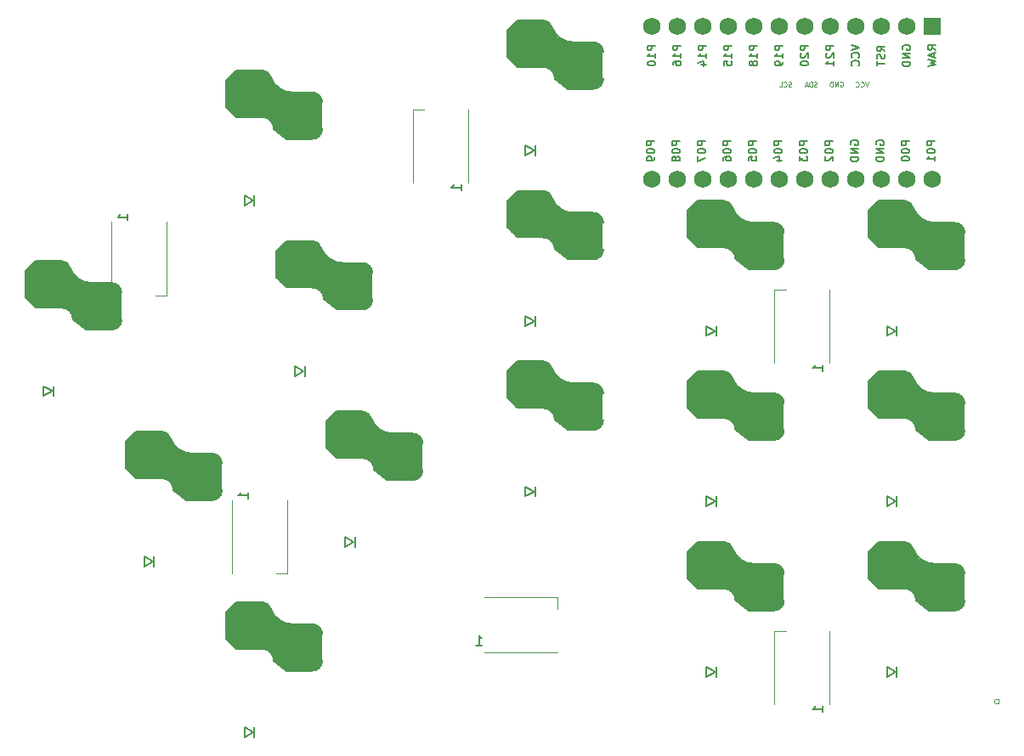
<source format=gbr>
%TF.GenerationSoftware,KiCad,Pcbnew,(6.0.7)*%
%TF.CreationDate,2022-09-08T03:06:03-04:00*%
%TF.ProjectId,left_main_routed,6c656674-5f6d-4616-996e-5f726f757465,v1.0.0*%
%TF.SameCoordinates,Original*%
%TF.FileFunction,Legend,Bot*%
%TF.FilePolarity,Positive*%
%FSLAX46Y46*%
G04 Gerber Fmt 4.6, Leading zero omitted, Abs format (unit mm)*
G04 Created by KiCad (PCBNEW (6.0.7)) date 2022-09-08 03:06:03*
%MOMM*%
%LPD*%
G01*
G04 APERTURE LIST*
%ADD10C,0.125000*%
%ADD11C,0.150000*%
%ADD12C,0.120000*%
%ADD13R,1.752600X1.752600*%
%ADD14C,1.752600*%
G04 APERTURE END LIST*
D10*
X-15335333Y54121809D02*
X-15502000Y53621809D01*
X-15668666Y54121809D01*
X-16121047Y53669428D02*
X-16097238Y53645619D01*
X-16025809Y53621809D01*
X-15978190Y53621809D01*
X-15906761Y53645619D01*
X-15859142Y53693238D01*
X-15835333Y53740857D01*
X-15811523Y53836095D01*
X-15811523Y53907523D01*
X-15835333Y54002761D01*
X-15859142Y54050380D01*
X-15906761Y54098000D01*
X-15978190Y54121809D01*
X-16025809Y54121809D01*
X-16097238Y54098000D01*
X-16121047Y54074190D01*
X-16621047Y53669428D02*
X-16597238Y53645619D01*
X-16525809Y53621809D01*
X-16478190Y53621809D01*
X-16406761Y53645619D01*
X-16359142Y53693238D01*
X-16335333Y53740857D01*
X-16311523Y53836095D01*
X-16311523Y53907523D01*
X-16335333Y54002761D01*
X-16359142Y54050380D01*
X-16406761Y54098000D01*
X-16478190Y54121809D01*
X-16525809Y54121809D01*
X-16597238Y54098000D01*
X-16621047Y54074190D01*
X-23026761Y53645619D02*
X-23098190Y53621809D01*
X-23217238Y53621809D01*
X-23264857Y53645619D01*
X-23288666Y53669428D01*
X-23312476Y53717047D01*
X-23312476Y53764666D01*
X-23288666Y53812285D01*
X-23264857Y53836095D01*
X-23217238Y53859904D01*
X-23122000Y53883714D01*
X-23074380Y53907523D01*
X-23050571Y53931333D01*
X-23026761Y53978952D01*
X-23026761Y54026571D01*
X-23050571Y54074190D01*
X-23074380Y54098000D01*
X-23122000Y54121809D01*
X-23241047Y54121809D01*
X-23312476Y54098000D01*
X-23812476Y53669428D02*
X-23788666Y53645619D01*
X-23717238Y53621809D01*
X-23669619Y53621809D01*
X-23598190Y53645619D01*
X-23550571Y53693238D01*
X-23526761Y53740857D01*
X-23502952Y53836095D01*
X-23502952Y53907523D01*
X-23526761Y54002761D01*
X-23550571Y54050380D01*
X-23598190Y54098000D01*
X-23669619Y54121809D01*
X-23717238Y54121809D01*
X-23788666Y54098000D01*
X-23812476Y54074190D01*
X-24264857Y53621809D02*
X-24026761Y53621809D01*
X-24026761Y54121809D01*
X-18161047Y54098000D02*
X-18113428Y54121809D01*
X-18042000Y54121809D01*
X-17970571Y54098000D01*
X-17922952Y54050380D01*
X-17899142Y54002761D01*
X-17875333Y53907523D01*
X-17875333Y53836095D01*
X-17899142Y53740857D01*
X-17922952Y53693238D01*
X-17970571Y53645619D01*
X-18042000Y53621809D01*
X-18089619Y53621809D01*
X-18161047Y53645619D01*
X-18184857Y53669428D01*
X-18184857Y53836095D01*
X-18089619Y53836095D01*
X-18399142Y53621809D02*
X-18399142Y54121809D01*
X-18684857Y53621809D01*
X-18684857Y54121809D01*
X-18922952Y53621809D02*
X-18922952Y54121809D01*
X-19042000Y54121809D01*
X-19113428Y54098000D01*
X-19161047Y54050380D01*
X-19184857Y54002761D01*
X-19208666Y53907523D01*
X-19208666Y53836095D01*
X-19184857Y53740857D01*
X-19161047Y53693238D01*
X-19113428Y53645619D01*
X-19042000Y53621809D01*
X-18922952Y53621809D01*
X-20474857Y53645619D02*
X-20546285Y53621809D01*
X-20665333Y53621809D01*
X-20712952Y53645619D01*
X-20736761Y53669428D01*
X-20760571Y53717047D01*
X-20760571Y53764666D01*
X-20736761Y53812285D01*
X-20712952Y53836095D01*
X-20665333Y53859904D01*
X-20570095Y53883714D01*
X-20522476Y53907523D01*
X-20498666Y53931333D01*
X-20474857Y53978952D01*
X-20474857Y54026571D01*
X-20498666Y54074190D01*
X-20522476Y54098000D01*
X-20570095Y54121809D01*
X-20689142Y54121809D01*
X-20760571Y54098000D01*
X-20974857Y53621809D02*
X-20974857Y54121809D01*
X-21093904Y54121809D01*
X-21165333Y54098000D01*
X-21212952Y54050380D01*
X-21236761Y54002761D01*
X-21260571Y53907523D01*
X-21260571Y53836095D01*
X-21236761Y53740857D01*
X-21212952Y53693238D01*
X-21165333Y53645619D01*
X-21093904Y53621809D01*
X-20974857Y53621809D01*
X-21451047Y53764666D02*
X-21689142Y53764666D01*
X-21403428Y53621809D02*
X-21570095Y54121809D01*
X-21736761Y53621809D01*
D11*
%TO.C,U2*%
X-8738095Y48221428D02*
X-9538095Y48221428D01*
X-9538095Y47916666D01*
X-9500000Y47840476D01*
X-9461904Y47802380D01*
X-9385714Y47764285D01*
X-9271428Y47764285D01*
X-9195238Y47802380D01*
X-9157142Y47840476D01*
X-9119047Y47916666D01*
X-9119047Y48221428D01*
X-9538095Y47269047D02*
X-9538095Y47192857D01*
X-9500000Y47116666D01*
X-9461904Y47078571D01*
X-9385714Y47040476D01*
X-9233333Y47002380D01*
X-9042857Y47002380D01*
X-8890476Y47040476D01*
X-8814285Y47078571D01*
X-8776190Y47116666D01*
X-8738095Y47192857D01*
X-8738095Y47269047D01*
X-8776190Y47345238D01*
X-8814285Y47383333D01*
X-8890476Y47421428D01*
X-9042857Y47459523D01*
X-9233333Y47459523D01*
X-9385714Y47421428D01*
X-9461904Y47383333D01*
X-9500000Y47345238D01*
X-9538095Y47269047D01*
X-8738095Y46240476D02*
X-8738095Y46697619D01*
X-8738095Y46469047D02*
X-9538095Y46469047D01*
X-9423809Y46545238D01*
X-9347619Y46621428D01*
X-9309523Y46697619D01*
X-31498095Y57721428D02*
X-32298095Y57721428D01*
X-32298095Y57416666D01*
X-32260000Y57340476D01*
X-32221904Y57302380D01*
X-32145714Y57264285D01*
X-32031428Y57264285D01*
X-31955238Y57302380D01*
X-31917142Y57340476D01*
X-31879047Y57416666D01*
X-31879047Y57721428D01*
X-31498095Y56502380D02*
X-31498095Y56959523D01*
X-31498095Y56730952D02*
X-32298095Y56730952D01*
X-32183809Y56807142D01*
X-32107619Y56883333D01*
X-32069523Y56959523D01*
X-32031428Y55816666D02*
X-31498095Y55816666D01*
X-32336190Y56007142D02*
X-31764761Y56197619D01*
X-31764761Y55702380D01*
X-36678095Y48221428D02*
X-37478095Y48221428D01*
X-37478095Y47916666D01*
X-37440000Y47840476D01*
X-37401904Y47802380D01*
X-37325714Y47764285D01*
X-37211428Y47764285D01*
X-37135238Y47802380D01*
X-37097142Y47840476D01*
X-37059047Y47916666D01*
X-37059047Y48221428D01*
X-37478095Y47269047D02*
X-37478095Y47192857D01*
X-37440000Y47116666D01*
X-37401904Y47078571D01*
X-37325714Y47040476D01*
X-37173333Y47002380D01*
X-36982857Y47002380D01*
X-36830476Y47040476D01*
X-36754285Y47078571D01*
X-36716190Y47116666D01*
X-36678095Y47192857D01*
X-36678095Y47269047D01*
X-36716190Y47345238D01*
X-36754285Y47383333D01*
X-36830476Y47421428D01*
X-36982857Y47459523D01*
X-37173333Y47459523D01*
X-37325714Y47421428D01*
X-37401904Y47383333D01*
X-37440000Y47345238D01*
X-37478095Y47269047D01*
X-36678095Y46621428D02*
X-36678095Y46469047D01*
X-36716190Y46392857D01*
X-36754285Y46354761D01*
X-36868571Y46278571D01*
X-37020952Y46240476D01*
X-37325714Y46240476D01*
X-37401904Y46278571D01*
X-37440000Y46316666D01*
X-37478095Y46392857D01*
X-37478095Y46545238D01*
X-37440000Y46621428D01*
X-37401904Y46659523D01*
X-37325714Y46697619D01*
X-37135238Y46697619D01*
X-37059047Y46659523D01*
X-37020952Y46621428D01*
X-36982857Y46545238D01*
X-36982857Y46392857D01*
X-37020952Y46316666D01*
X-37059047Y46278571D01*
X-37135238Y46240476D01*
X-28958095Y57721428D02*
X-29758095Y57721428D01*
X-29758095Y57416666D01*
X-29720000Y57340476D01*
X-29681904Y57302380D01*
X-29605714Y57264285D01*
X-29491428Y57264285D01*
X-29415238Y57302380D01*
X-29377142Y57340476D01*
X-29339047Y57416666D01*
X-29339047Y57721428D01*
X-28958095Y56502380D02*
X-28958095Y56959523D01*
X-28958095Y56730952D02*
X-29758095Y56730952D01*
X-29643809Y56807142D01*
X-29567619Y56883333D01*
X-29529523Y56959523D01*
X-29758095Y55778571D02*
X-29758095Y56159523D01*
X-29377142Y56197619D01*
X-29415238Y56159523D01*
X-29453333Y56083333D01*
X-29453333Y55892857D01*
X-29415238Y55816666D01*
X-29377142Y55778571D01*
X-29300952Y55740476D01*
X-29110476Y55740476D01*
X-29034285Y55778571D01*
X-28996190Y55816666D01*
X-28958095Y55892857D01*
X-28958095Y56083333D01*
X-28996190Y56159523D01*
X-29034285Y56197619D01*
X-36578095Y57721428D02*
X-37378095Y57721428D01*
X-37378095Y57416666D01*
X-37340000Y57340476D01*
X-37301904Y57302380D01*
X-37225714Y57264285D01*
X-37111428Y57264285D01*
X-37035238Y57302380D01*
X-36997142Y57340476D01*
X-36959047Y57416666D01*
X-36959047Y57721428D01*
X-36578095Y56502380D02*
X-36578095Y56959523D01*
X-36578095Y56730952D02*
X-37378095Y56730952D01*
X-37263809Y56807142D01*
X-37187619Y56883333D01*
X-37149523Y56959523D01*
X-37378095Y56007142D02*
X-37378095Y55930952D01*
X-37340000Y55854761D01*
X-37301904Y55816666D01*
X-37225714Y55778571D01*
X-37073333Y55740476D01*
X-36882857Y55740476D01*
X-36730476Y55778571D01*
X-36654285Y55816666D01*
X-36616190Y55854761D01*
X-36578095Y55930952D01*
X-36578095Y56007142D01*
X-36616190Y56083333D01*
X-36654285Y56121428D01*
X-36730476Y56159523D01*
X-36882857Y56197619D01*
X-37073333Y56197619D01*
X-37225714Y56159523D01*
X-37301904Y56121428D01*
X-37340000Y56083333D01*
X-37378095Y56007142D01*
X-26518095Y48221428D02*
X-27318095Y48221428D01*
X-27318095Y47916666D01*
X-27280000Y47840476D01*
X-27241904Y47802380D01*
X-27165714Y47764285D01*
X-27051428Y47764285D01*
X-26975238Y47802380D01*
X-26937142Y47840476D01*
X-26899047Y47916666D01*
X-26899047Y48221428D01*
X-27318095Y47269047D02*
X-27318095Y47192857D01*
X-27280000Y47116666D01*
X-27241904Y47078571D01*
X-27165714Y47040476D01*
X-27013333Y47002380D01*
X-26822857Y47002380D01*
X-26670476Y47040476D01*
X-26594285Y47078571D01*
X-26556190Y47116666D01*
X-26518095Y47192857D01*
X-26518095Y47269047D01*
X-26556190Y47345238D01*
X-26594285Y47383333D01*
X-26670476Y47421428D01*
X-26822857Y47459523D01*
X-27013333Y47459523D01*
X-27165714Y47421428D01*
X-27241904Y47383333D01*
X-27280000Y47345238D01*
X-27318095Y47269047D01*
X-27318095Y46278571D02*
X-27318095Y46659523D01*
X-26937142Y46697619D01*
X-26975238Y46659523D01*
X-27013333Y46583333D01*
X-27013333Y46392857D01*
X-26975238Y46316666D01*
X-26937142Y46278571D01*
X-26860952Y46240476D01*
X-26670476Y46240476D01*
X-26594285Y46278571D01*
X-26556190Y46316666D01*
X-26518095Y46392857D01*
X-26518095Y46583333D01*
X-26556190Y46659523D01*
X-26594285Y46697619D01*
X-29058095Y48221428D02*
X-29858095Y48221428D01*
X-29858095Y47916666D01*
X-29820000Y47840476D01*
X-29781904Y47802380D01*
X-29705714Y47764285D01*
X-29591428Y47764285D01*
X-29515238Y47802380D01*
X-29477142Y47840476D01*
X-29439047Y47916666D01*
X-29439047Y48221428D01*
X-29858095Y47269047D02*
X-29858095Y47192857D01*
X-29820000Y47116666D01*
X-29781904Y47078571D01*
X-29705714Y47040476D01*
X-29553333Y47002380D01*
X-29362857Y47002380D01*
X-29210476Y47040476D01*
X-29134285Y47078571D01*
X-29096190Y47116666D01*
X-29058095Y47192857D01*
X-29058095Y47269047D01*
X-29096190Y47345238D01*
X-29134285Y47383333D01*
X-29210476Y47421428D01*
X-29362857Y47459523D01*
X-29553333Y47459523D01*
X-29705714Y47421428D01*
X-29781904Y47383333D01*
X-29820000Y47345238D01*
X-29858095Y47269047D01*
X-29858095Y46316666D02*
X-29858095Y46469047D01*
X-29820000Y46545238D01*
X-29781904Y46583333D01*
X-29667619Y46659523D01*
X-29515238Y46697619D01*
X-29210476Y46697619D01*
X-29134285Y46659523D01*
X-29096190Y46621428D01*
X-29058095Y46545238D01*
X-29058095Y46392857D01*
X-29096190Y46316666D01*
X-29134285Y46278571D01*
X-29210476Y46240476D01*
X-29400952Y46240476D01*
X-29477142Y46278571D01*
X-29515238Y46316666D01*
X-29553333Y46392857D01*
X-29553333Y46545238D01*
X-29515238Y46621428D01*
X-29477142Y46659523D01*
X-29400952Y46697619D01*
X-11278095Y48221428D02*
X-12078095Y48221428D01*
X-12078095Y47916666D01*
X-12040000Y47840476D01*
X-12001904Y47802380D01*
X-11925714Y47764285D01*
X-11811428Y47764285D01*
X-11735238Y47802380D01*
X-11697142Y47840476D01*
X-11659047Y47916666D01*
X-11659047Y48221428D01*
X-12078095Y47269047D02*
X-12078095Y47192857D01*
X-12040000Y47116666D01*
X-12001904Y47078571D01*
X-11925714Y47040476D01*
X-11773333Y47002380D01*
X-11582857Y47002380D01*
X-11430476Y47040476D01*
X-11354285Y47078571D01*
X-11316190Y47116666D01*
X-11278095Y47192857D01*
X-11278095Y47269047D01*
X-11316190Y47345238D01*
X-11354285Y47383333D01*
X-11430476Y47421428D01*
X-11582857Y47459523D01*
X-11773333Y47459523D01*
X-11925714Y47421428D01*
X-12001904Y47383333D01*
X-12040000Y47345238D01*
X-12078095Y47269047D01*
X-12078095Y46507142D02*
X-12078095Y46430952D01*
X-12040000Y46354761D01*
X-12001904Y46316666D01*
X-11925714Y46278571D01*
X-11773333Y46240476D01*
X-11582857Y46240476D01*
X-11430476Y46278571D01*
X-11354285Y46316666D01*
X-11316190Y46354761D01*
X-11278095Y46430952D01*
X-11278095Y46507142D01*
X-11316190Y46583333D01*
X-11354285Y46621428D01*
X-11430476Y46659523D01*
X-11582857Y46697619D01*
X-11773333Y46697619D01*
X-11925714Y46659523D01*
X-12001904Y46621428D01*
X-12040000Y46583333D01*
X-12078095Y46507142D01*
X-23878095Y57721428D02*
X-24678095Y57721428D01*
X-24678095Y57416666D01*
X-24640000Y57340476D01*
X-24601904Y57302380D01*
X-24525714Y57264285D01*
X-24411428Y57264285D01*
X-24335238Y57302380D01*
X-24297142Y57340476D01*
X-24259047Y57416666D01*
X-24259047Y57721428D01*
X-23878095Y56502380D02*
X-23878095Y56959523D01*
X-23878095Y56730952D02*
X-24678095Y56730952D01*
X-24563809Y56807142D01*
X-24487619Y56883333D01*
X-24449523Y56959523D01*
X-23878095Y56121428D02*
X-23878095Y55969047D01*
X-23916190Y55892857D01*
X-23954285Y55854761D01*
X-24068571Y55778571D01*
X-24220952Y55740476D01*
X-24525714Y55740476D01*
X-24601904Y55778571D01*
X-24640000Y55816666D01*
X-24678095Y55892857D01*
X-24678095Y56045238D01*
X-24640000Y56121428D01*
X-24601904Y56159523D01*
X-24525714Y56197619D01*
X-24335238Y56197619D01*
X-24259047Y56159523D01*
X-24220952Y56121428D01*
X-24182857Y56045238D01*
X-24182857Y55892857D01*
X-24220952Y55816666D01*
X-24259047Y55778571D01*
X-24335238Y55740476D01*
X-18898095Y48221428D02*
X-19698095Y48221428D01*
X-19698095Y47916666D01*
X-19660000Y47840476D01*
X-19621904Y47802380D01*
X-19545714Y47764285D01*
X-19431428Y47764285D01*
X-19355238Y47802380D01*
X-19317142Y47840476D01*
X-19279047Y47916666D01*
X-19279047Y48221428D01*
X-19698095Y47269047D02*
X-19698095Y47192857D01*
X-19660000Y47116666D01*
X-19621904Y47078571D01*
X-19545714Y47040476D01*
X-19393333Y47002380D01*
X-19202857Y47002380D01*
X-19050476Y47040476D01*
X-18974285Y47078571D01*
X-18936190Y47116666D01*
X-18898095Y47192857D01*
X-18898095Y47269047D01*
X-18936190Y47345238D01*
X-18974285Y47383333D01*
X-19050476Y47421428D01*
X-19202857Y47459523D01*
X-19393333Y47459523D01*
X-19545714Y47421428D01*
X-19621904Y47383333D01*
X-19660000Y47345238D01*
X-19698095Y47269047D01*
X-19621904Y46697619D02*
X-19660000Y46659523D01*
X-19698095Y46583333D01*
X-19698095Y46392857D01*
X-19660000Y46316666D01*
X-19621904Y46278571D01*
X-19545714Y46240476D01*
X-19469523Y46240476D01*
X-19355238Y46278571D01*
X-18898095Y46735714D01*
X-18898095Y46240476D01*
X-31598095Y48221428D02*
X-32398095Y48221428D01*
X-32398095Y47916666D01*
X-32360000Y47840476D01*
X-32321904Y47802380D01*
X-32245714Y47764285D01*
X-32131428Y47764285D01*
X-32055238Y47802380D01*
X-32017142Y47840476D01*
X-31979047Y47916666D01*
X-31979047Y48221428D01*
X-32398095Y47269047D02*
X-32398095Y47192857D01*
X-32360000Y47116666D01*
X-32321904Y47078571D01*
X-32245714Y47040476D01*
X-32093333Y47002380D01*
X-31902857Y47002380D01*
X-31750476Y47040476D01*
X-31674285Y47078571D01*
X-31636190Y47116666D01*
X-31598095Y47192857D01*
X-31598095Y47269047D01*
X-31636190Y47345238D01*
X-31674285Y47383333D01*
X-31750476Y47421428D01*
X-31902857Y47459523D01*
X-32093333Y47459523D01*
X-32245714Y47421428D01*
X-32321904Y47383333D01*
X-32360000Y47345238D01*
X-32398095Y47269047D01*
X-32398095Y46735714D02*
X-32398095Y46202380D01*
X-31598095Y46545238D01*
X-26418095Y57721428D02*
X-27218095Y57721428D01*
X-27218095Y57416666D01*
X-27180000Y57340476D01*
X-27141904Y57302380D01*
X-27065714Y57264285D01*
X-26951428Y57264285D01*
X-26875238Y57302380D01*
X-26837142Y57340476D01*
X-26799047Y57416666D01*
X-26799047Y57721428D01*
X-26418095Y56502380D02*
X-26418095Y56959523D01*
X-26418095Y56730952D02*
X-27218095Y56730952D01*
X-27103809Y56807142D01*
X-27027619Y56883333D01*
X-26989523Y56959523D01*
X-26875238Y56045238D02*
X-26913333Y56121428D01*
X-26951428Y56159523D01*
X-27027619Y56197619D01*
X-27065714Y56197619D01*
X-27141904Y56159523D01*
X-27180000Y56121428D01*
X-27218095Y56045238D01*
X-27218095Y55892857D01*
X-27180000Y55816666D01*
X-27141904Y55778571D01*
X-27065714Y55740476D01*
X-27027619Y55740476D01*
X-26951428Y55778571D01*
X-26913333Y55816666D01*
X-26875238Y55892857D01*
X-26875238Y56045238D01*
X-26837142Y56121428D01*
X-26799047Y56159523D01*
X-26722857Y56197619D01*
X-26570476Y56197619D01*
X-26494285Y56159523D01*
X-26456190Y56121428D01*
X-26418095Y56045238D01*
X-26418095Y55892857D01*
X-26456190Y55816666D01*
X-26494285Y55778571D01*
X-26570476Y55740476D01*
X-26722857Y55740476D01*
X-26799047Y55778571D01*
X-26837142Y55816666D01*
X-26875238Y55892857D01*
X-8638095Y57302380D02*
X-9019047Y57569047D01*
X-8638095Y57759523D02*
X-9438095Y57759523D01*
X-9438095Y57454761D01*
X-9400000Y57378571D01*
X-9361904Y57340476D01*
X-9285714Y57302380D01*
X-9171428Y57302380D01*
X-9095238Y57340476D01*
X-9057142Y57378571D01*
X-9019047Y57454761D01*
X-9019047Y57759523D01*
X-8866666Y56997619D02*
X-8866666Y56616666D01*
X-8638095Y57073809D02*
X-9438095Y56807142D01*
X-8638095Y56540476D01*
X-9438095Y56350000D02*
X-8638095Y56159523D01*
X-9209523Y56007142D01*
X-8638095Y55854761D01*
X-9438095Y55664285D01*
X-34138095Y48221428D02*
X-34938095Y48221428D01*
X-34938095Y47916666D01*
X-34900000Y47840476D01*
X-34861904Y47802380D01*
X-34785714Y47764285D01*
X-34671428Y47764285D01*
X-34595238Y47802380D01*
X-34557142Y47840476D01*
X-34519047Y47916666D01*
X-34519047Y48221428D01*
X-34938095Y47269047D02*
X-34938095Y47192857D01*
X-34900000Y47116666D01*
X-34861904Y47078571D01*
X-34785714Y47040476D01*
X-34633333Y47002380D01*
X-34442857Y47002380D01*
X-34290476Y47040476D01*
X-34214285Y47078571D01*
X-34176190Y47116666D01*
X-34138095Y47192857D01*
X-34138095Y47269047D01*
X-34176190Y47345238D01*
X-34214285Y47383333D01*
X-34290476Y47421428D01*
X-34442857Y47459523D01*
X-34633333Y47459523D01*
X-34785714Y47421428D01*
X-34861904Y47383333D01*
X-34900000Y47345238D01*
X-34938095Y47269047D01*
X-34595238Y46545238D02*
X-34633333Y46621428D01*
X-34671428Y46659523D01*
X-34747619Y46697619D01*
X-34785714Y46697619D01*
X-34861904Y46659523D01*
X-34900000Y46621428D01*
X-34938095Y46545238D01*
X-34938095Y46392857D01*
X-34900000Y46316666D01*
X-34861904Y46278571D01*
X-34785714Y46240476D01*
X-34747619Y46240476D01*
X-34671428Y46278571D01*
X-34633333Y46316666D01*
X-34595238Y46392857D01*
X-34595238Y46545238D01*
X-34557142Y46621428D01*
X-34519047Y46659523D01*
X-34442857Y46697619D01*
X-34290476Y46697619D01*
X-34214285Y46659523D01*
X-34176190Y46621428D01*
X-34138095Y46545238D01*
X-34138095Y46392857D01*
X-34176190Y46316666D01*
X-34214285Y46278571D01*
X-34290476Y46240476D01*
X-34442857Y46240476D01*
X-34519047Y46278571D01*
X-34557142Y46316666D01*
X-34595238Y46392857D01*
X-13718095Y57188095D02*
X-14099047Y57454761D01*
X-13718095Y57645238D02*
X-14518095Y57645238D01*
X-14518095Y57340476D01*
X-14480000Y57264285D01*
X-14441904Y57226190D01*
X-14365714Y57188095D01*
X-14251428Y57188095D01*
X-14175238Y57226190D01*
X-14137142Y57264285D01*
X-14099047Y57340476D01*
X-14099047Y57645238D01*
X-13756190Y56883333D02*
X-13718095Y56769047D01*
X-13718095Y56578571D01*
X-13756190Y56502380D01*
X-13794285Y56464285D01*
X-13870476Y56426190D01*
X-13946666Y56426190D01*
X-14022857Y56464285D01*
X-14060952Y56502380D01*
X-14099047Y56578571D01*
X-14137142Y56730952D01*
X-14175238Y56807142D01*
X-14213333Y56845238D01*
X-14289523Y56883333D01*
X-14365714Y56883333D01*
X-14441904Y56845238D01*
X-14480000Y56807142D01*
X-14518095Y56730952D01*
X-14518095Y56540476D01*
X-14480000Y56426190D01*
X-14518095Y56197619D02*
X-14518095Y55740476D01*
X-13718095Y55969047D02*
X-14518095Y55969047D01*
X-21338095Y57721428D02*
X-22138095Y57721428D01*
X-22138095Y57416666D01*
X-22100000Y57340476D01*
X-22061904Y57302380D01*
X-21985714Y57264285D01*
X-21871428Y57264285D01*
X-21795238Y57302380D01*
X-21757142Y57340476D01*
X-21719047Y57416666D01*
X-21719047Y57721428D01*
X-22061904Y56959523D02*
X-22100000Y56921428D01*
X-22138095Y56845238D01*
X-22138095Y56654761D01*
X-22100000Y56578571D01*
X-22061904Y56540476D01*
X-21985714Y56502380D01*
X-21909523Y56502380D01*
X-21795238Y56540476D01*
X-21338095Y56997619D01*
X-21338095Y56502380D01*
X-22138095Y56007142D02*
X-22138095Y55930952D01*
X-22100000Y55854761D01*
X-22061904Y55816666D01*
X-21985714Y55778571D01*
X-21833333Y55740476D01*
X-21642857Y55740476D01*
X-21490476Y55778571D01*
X-21414285Y55816666D01*
X-21376190Y55854761D01*
X-21338095Y55930952D01*
X-21338095Y56007142D01*
X-21376190Y56083333D01*
X-21414285Y56121428D01*
X-21490476Y56159523D01*
X-21642857Y56197619D01*
X-21833333Y56197619D01*
X-21985714Y56159523D01*
X-22061904Y56121428D01*
X-22100000Y56083333D01*
X-22138095Y56007142D01*
X-17058095Y57816666D02*
X-16258095Y57550000D01*
X-17058095Y57283333D01*
X-16334285Y56559523D02*
X-16296190Y56597619D01*
X-16258095Y56711904D01*
X-16258095Y56788095D01*
X-16296190Y56902380D01*
X-16372380Y56978571D01*
X-16448571Y57016666D01*
X-16600952Y57054761D01*
X-16715238Y57054761D01*
X-16867619Y57016666D01*
X-16943809Y56978571D01*
X-17020000Y56902380D01*
X-17058095Y56788095D01*
X-17058095Y56711904D01*
X-17020000Y56597619D01*
X-16981904Y56559523D01*
X-16334285Y55759523D02*
X-16296190Y55797619D01*
X-16258095Y55911904D01*
X-16258095Y55988095D01*
X-16296190Y56102380D01*
X-16372380Y56178571D01*
X-16448571Y56216666D01*
X-16600952Y56254761D01*
X-16715238Y56254761D01*
X-16867619Y56216666D01*
X-16943809Y56178571D01*
X-17020000Y56102380D01*
X-17058095Y55988095D01*
X-17058095Y55911904D01*
X-17020000Y55797619D01*
X-16981904Y55759523D01*
X-34038095Y57721428D02*
X-34838095Y57721428D01*
X-34838095Y57416666D01*
X-34800000Y57340476D01*
X-34761904Y57302380D01*
X-34685714Y57264285D01*
X-34571428Y57264285D01*
X-34495238Y57302380D01*
X-34457142Y57340476D01*
X-34419047Y57416666D01*
X-34419047Y57721428D01*
X-34038095Y56502380D02*
X-34038095Y56959523D01*
X-34038095Y56730952D02*
X-34838095Y56730952D01*
X-34723809Y56807142D01*
X-34647619Y56883333D01*
X-34609523Y56959523D01*
X-34838095Y55816666D02*
X-34838095Y55969047D01*
X-34800000Y56045238D01*
X-34761904Y56083333D01*
X-34647619Y56159523D01*
X-34495238Y56197619D01*
X-34190476Y56197619D01*
X-34114285Y56159523D01*
X-34076190Y56121428D01*
X-34038095Y56045238D01*
X-34038095Y55892857D01*
X-34076190Y55816666D01*
X-34114285Y55778571D01*
X-34190476Y55740476D01*
X-34380952Y55740476D01*
X-34457142Y55778571D01*
X-34495238Y55816666D01*
X-34533333Y55892857D01*
X-34533333Y56045238D01*
X-34495238Y56121428D01*
X-34457142Y56159523D01*
X-34380952Y56197619D01*
X-18798095Y57721428D02*
X-19598095Y57721428D01*
X-19598095Y57416666D01*
X-19560000Y57340476D01*
X-19521904Y57302380D01*
X-19445714Y57264285D01*
X-19331428Y57264285D01*
X-19255238Y57302380D01*
X-19217142Y57340476D01*
X-19179047Y57416666D01*
X-19179047Y57721428D01*
X-19521904Y56959523D02*
X-19560000Y56921428D01*
X-19598095Y56845238D01*
X-19598095Y56654761D01*
X-19560000Y56578571D01*
X-19521904Y56540476D01*
X-19445714Y56502380D01*
X-19369523Y56502380D01*
X-19255238Y56540476D01*
X-18798095Y56997619D01*
X-18798095Y56502380D01*
X-18798095Y55740476D02*
X-18798095Y56197619D01*
X-18798095Y55969047D02*
X-19598095Y55969047D01*
X-19483809Y56045238D01*
X-19407619Y56121428D01*
X-19369523Y56197619D01*
X-17120000Y47859523D02*
X-17158095Y47935714D01*
X-17158095Y48050000D01*
X-17120000Y48164285D01*
X-17043809Y48240476D01*
X-16967619Y48278571D01*
X-16815238Y48316666D01*
X-16700952Y48316666D01*
X-16548571Y48278571D01*
X-16472380Y48240476D01*
X-16396190Y48164285D01*
X-16358095Y48050000D01*
X-16358095Y47973809D01*
X-16396190Y47859523D01*
X-16434285Y47821428D01*
X-16700952Y47821428D01*
X-16700952Y47973809D01*
X-16358095Y47478571D02*
X-17158095Y47478571D01*
X-16358095Y47021428D01*
X-17158095Y47021428D01*
X-16358095Y46640476D02*
X-17158095Y46640476D01*
X-17158095Y46450000D01*
X-17120000Y46335714D01*
X-17043809Y46259523D01*
X-16967619Y46221428D01*
X-16815238Y46183333D01*
X-16700952Y46183333D01*
X-16548571Y46221428D01*
X-16472380Y46259523D01*
X-16396190Y46335714D01*
X-16358095Y46450000D01*
X-16358095Y46640476D01*
X-11940000Y57359523D02*
X-11978095Y57435714D01*
X-11978095Y57550000D01*
X-11940000Y57664285D01*
X-11863809Y57740476D01*
X-11787619Y57778571D01*
X-11635238Y57816666D01*
X-11520952Y57816666D01*
X-11368571Y57778571D01*
X-11292380Y57740476D01*
X-11216190Y57664285D01*
X-11178095Y57550000D01*
X-11178095Y57473809D01*
X-11216190Y57359523D01*
X-11254285Y57321428D01*
X-11520952Y57321428D01*
X-11520952Y57473809D01*
X-11178095Y56978571D02*
X-11978095Y56978571D01*
X-11178095Y56521428D01*
X-11978095Y56521428D01*
X-11178095Y56140476D02*
X-11978095Y56140476D01*
X-11978095Y55950000D01*
X-11940000Y55835714D01*
X-11863809Y55759523D01*
X-11787619Y55721428D01*
X-11635238Y55683333D01*
X-11520952Y55683333D01*
X-11368571Y55721428D01*
X-11292380Y55759523D01*
X-11216190Y55835714D01*
X-11178095Y55950000D01*
X-11178095Y56140476D01*
X-21438095Y48221428D02*
X-22238095Y48221428D01*
X-22238095Y47916666D01*
X-22200000Y47840476D01*
X-22161904Y47802380D01*
X-22085714Y47764285D01*
X-21971428Y47764285D01*
X-21895238Y47802380D01*
X-21857142Y47840476D01*
X-21819047Y47916666D01*
X-21819047Y48221428D01*
X-22238095Y47269047D02*
X-22238095Y47192857D01*
X-22200000Y47116666D01*
X-22161904Y47078571D01*
X-22085714Y47040476D01*
X-21933333Y47002380D01*
X-21742857Y47002380D01*
X-21590476Y47040476D01*
X-21514285Y47078571D01*
X-21476190Y47116666D01*
X-21438095Y47192857D01*
X-21438095Y47269047D01*
X-21476190Y47345238D01*
X-21514285Y47383333D01*
X-21590476Y47421428D01*
X-21742857Y47459523D01*
X-21933333Y47459523D01*
X-22085714Y47421428D01*
X-22161904Y47383333D01*
X-22200000Y47345238D01*
X-22238095Y47269047D01*
X-22238095Y46735714D02*
X-22238095Y46240476D01*
X-21933333Y46507142D01*
X-21933333Y46392857D01*
X-21895238Y46316666D01*
X-21857142Y46278571D01*
X-21780952Y46240476D01*
X-21590476Y46240476D01*
X-21514285Y46278571D01*
X-21476190Y46316666D01*
X-21438095Y46392857D01*
X-21438095Y46621428D01*
X-21476190Y46697619D01*
X-21514285Y46735714D01*
X-14580000Y47859523D02*
X-14618095Y47935714D01*
X-14618095Y48050000D01*
X-14580000Y48164285D01*
X-14503809Y48240476D01*
X-14427619Y48278571D01*
X-14275238Y48316666D01*
X-14160952Y48316666D01*
X-14008571Y48278571D01*
X-13932380Y48240476D01*
X-13856190Y48164285D01*
X-13818095Y48050000D01*
X-13818095Y47973809D01*
X-13856190Y47859523D01*
X-13894285Y47821428D01*
X-14160952Y47821428D01*
X-14160952Y47973809D01*
X-13818095Y47478571D02*
X-14618095Y47478571D01*
X-13818095Y47021428D01*
X-14618095Y47021428D01*
X-13818095Y46640476D02*
X-14618095Y46640476D01*
X-14618095Y46450000D01*
X-14580000Y46335714D01*
X-14503809Y46259523D01*
X-14427619Y46221428D01*
X-14275238Y46183333D01*
X-14160952Y46183333D01*
X-14008571Y46221428D01*
X-13932380Y46259523D01*
X-13856190Y46335714D01*
X-13818095Y46450000D01*
X-13818095Y46640476D01*
X-23978095Y48221428D02*
X-24778095Y48221428D01*
X-24778095Y47916666D01*
X-24740000Y47840476D01*
X-24701904Y47802380D01*
X-24625714Y47764285D01*
X-24511428Y47764285D01*
X-24435238Y47802380D01*
X-24397142Y47840476D01*
X-24359047Y47916666D01*
X-24359047Y48221428D01*
X-24778095Y47269047D02*
X-24778095Y47192857D01*
X-24740000Y47116666D01*
X-24701904Y47078571D01*
X-24625714Y47040476D01*
X-24473333Y47002380D01*
X-24282857Y47002380D01*
X-24130476Y47040476D01*
X-24054285Y47078571D01*
X-24016190Y47116666D01*
X-23978095Y47192857D01*
X-23978095Y47269047D01*
X-24016190Y47345238D01*
X-24054285Y47383333D01*
X-24130476Y47421428D01*
X-24282857Y47459523D01*
X-24473333Y47459523D01*
X-24625714Y47421428D01*
X-24701904Y47383333D01*
X-24740000Y47345238D01*
X-24778095Y47269047D01*
X-24511428Y46316666D02*
X-23978095Y46316666D01*
X-24816190Y46507142D02*
X-24244761Y46697619D01*
X-24244761Y46202380D01*
%TO.C,DS8*%
X-19947619Y25314285D02*
X-19947619Y25885714D01*
X-19947619Y25600000D02*
X-20947619Y25600000D01*
X-20804761Y25695238D01*
X-20709523Y25790476D01*
X-20661904Y25885714D01*
%TO.C,DS9*%
X-19947619Y-8685714D02*
X-19947619Y-8114285D01*
X-19947619Y-8400000D02*
X-20947619Y-8400000D01*
X-20804761Y-8304761D01*
X-20709523Y-8209523D01*
X-20661904Y-8114285D01*
%TO.C,DS14*%
X-55947619Y43314285D02*
X-55947619Y43885714D01*
X-55947619Y43600000D02*
X-56947619Y43600000D01*
X-56804761Y43695238D01*
X-56709523Y43790476D01*
X-56661904Y43885714D01*
%TO.C,DS12*%
X-77147619Y12614285D02*
X-77147619Y13185714D01*
X-77147619Y12900000D02*
X-78147619Y12900000D01*
X-78004761Y12995238D01*
X-77909523Y13090476D01*
X-77861904Y13185714D01*
%TO.C,DS10*%
X-54435714Y-2052380D02*
X-53864285Y-2052380D01*
X-54150000Y-2052380D02*
X-54150000Y-1052380D01*
X-54054761Y-1195238D01*
X-53959523Y-1290476D01*
X-53864285Y-1338095D01*
%TO.C,DS13*%
X-89147619Y40364285D02*
X-89147619Y40935714D01*
X-89147619Y40650000D02*
X-90147619Y40650000D01*
X-90004761Y40745238D01*
X-89909523Y40840476D01*
X-89861904Y40935714D01*
%TO.C,D19*%
X-13525000Y11800000D02*
X-12625000Y12300000D01*
X-12625000Y12300000D02*
X-13525000Y12800000D01*
X-12525000Y12800000D02*
X-12525000Y11800000D01*
X-13525000Y12800000D02*
X-13525000Y11800000D01*
%TO.C,SW25*%
X-48650000Y43250000D02*
X-48650000Y38650000D01*
X-45325000Y36425000D02*
X-42775000Y36425000D01*
X-42500000Y41000000D02*
X-42500000Y36500000D01*
X-48800000Y43250000D02*
X-48800000Y38650000D01*
X-47450000Y43200000D02*
X-47450000Y38650000D01*
X-43550000Y41050000D02*
X-43550000Y36450000D01*
X-45050000Y41100000D02*
X-45050000Y36450000D01*
X-49250000Y43250000D02*
X-49250000Y38650000D01*
X-47900000Y43250000D02*
X-47900000Y38700000D01*
X-43400000Y41050000D02*
X-43400000Y36450000D01*
X-50300000Y43250000D02*
X-50300000Y38650000D01*
X-44900000Y41050000D02*
X-44900000Y36500000D01*
X-50000000Y43250000D02*
X-50000000Y38650000D01*
X-44450000Y41050000D02*
X-44450000Y36450000D01*
X-42950000Y41050000D02*
X-42950000Y36450000D01*
X-47150000Y43000000D02*
X-47150000Y38500000D01*
X-43250000Y41050000D02*
X-43250000Y36450000D01*
X-44600000Y41050000D02*
X-44600000Y36450000D01*
X-42800000Y41050000D02*
X-42800000Y36450000D01*
X-45950000Y41400000D02*
X-45950000Y36950000D01*
X-48950000Y43250000D02*
X-48950000Y38650000D01*
X-47750000Y43250000D02*
X-47750000Y38650000D01*
X-44150000Y41050000D02*
X-44150000Y36450000D01*
X-46850000Y42450000D02*
X-46850000Y38300000D01*
X-45650000Y41250000D02*
X-45650000Y36700000D01*
X-50350000Y38625000D02*
X-47775000Y38625000D01*
X-47050000Y42850000D02*
X-47050000Y38450000D01*
X-45800000Y41300000D02*
X-45800000Y36850000D01*
X-46950000Y42600000D02*
X-46950000Y38400000D01*
X-48500000Y43250000D02*
X-48500000Y38650000D01*
X-51200000Y42400000D02*
X-51200000Y39550000D01*
X-50900000Y42700000D02*
X-50900000Y39200000D01*
D12*
X-47250000Y43000000D02*
X-47250000Y38650000D01*
D11*
X-50750000Y42850000D02*
X-50750000Y39050000D01*
X-46750000Y42250000D02*
X-46750000Y38100000D01*
D12*
X-44400000Y40950000D02*
X-44400000Y36450000D01*
D11*
X-43850000Y41050000D02*
X-43850000Y36450000D01*
X-46250000Y41600000D02*
X-46250000Y37200000D01*
X-45200000Y41100000D02*
X-45200000Y36450000D01*
X-43700000Y41050000D02*
X-43700000Y36450000D01*
X-44300000Y41050000D02*
X-44300000Y36450000D01*
X-49550000Y43250000D02*
X-49550000Y38650000D01*
X-51000000Y42600000D02*
X-51000000Y39350000D01*
X-42650000Y41050000D02*
X-42650000Y36500000D01*
D12*
X-49950000Y38700000D02*
X-47250000Y43000000D01*
D11*
X-47300000Y43100000D02*
X-47300000Y38550000D01*
X-45350000Y41100000D02*
X-45350000Y36500000D01*
X-45500000Y41150000D02*
X-45500000Y36600000D01*
X-44000000Y41050000D02*
X-44000000Y36450000D01*
X-43100000Y41050000D02*
X-43100000Y36450000D01*
X-42050000Y40750000D02*
X-42050000Y36750000D01*
X-49700000Y43250000D02*
X-49700000Y38650000D01*
X-50450000Y43150000D02*
X-50450000Y38750000D01*
X-49400000Y43250000D02*
X-49400000Y38650000D01*
D12*
X-49950000Y43150000D02*
X-49950000Y38700000D01*
D11*
X-50600000Y43000000D02*
X-50600000Y38900000D01*
X-41900000Y40550000D02*
X-41900000Y36950000D01*
X-47600000Y43250000D02*
X-47600000Y38650000D01*
X-50350000Y38625000D02*
X-51375000Y39650000D01*
D12*
X-47250000Y38650000D02*
X-44400000Y40950000D01*
D11*
X-48050000Y43250000D02*
X-48050000Y38650000D01*
X-46400000Y41750000D02*
X-46400000Y37300000D01*
X-44750000Y41050000D02*
X-44750000Y36450000D01*
X-45325000Y36425000D02*
X-46600000Y37450000D01*
X-42350000Y40950000D02*
X-42350000Y36550000D01*
X-46550000Y41900000D02*
X-46550000Y37450000D01*
X-50350000Y43275000D02*
X-51375000Y42250000D01*
X-48350000Y43250000D02*
X-48350000Y38650000D01*
X-50150000Y43250000D02*
X-50150000Y38650000D01*
X-51100000Y42500000D02*
X-51100000Y39450000D01*
X-49850000Y43250000D02*
X-49850000Y38650000D01*
X-48200000Y43250000D02*
X-48200000Y38650000D01*
X-44750000Y41075000D02*
X-42775000Y41075000D01*
X-49100000Y43250000D02*
X-49100000Y38650000D01*
X-50350000Y43275000D02*
X-47750000Y43275000D01*
X-46650000Y42100000D02*
X-46650000Y37950000D01*
X-42200000Y40850000D02*
X-42200000Y36650000D01*
X-46100000Y41500000D02*
X-46100000Y37100000D01*
X-51350000Y39625000D02*
X-51350000Y42275000D01*
X-42775000Y36425000D02*
G75*
G03*
X-41775000Y37425000I0J1000000D01*
G01*
X-46887801Y42571904D02*
G75*
G03*
X-44750000Y41075000I2137801J778096D01*
G01*
X-46600000Y37450000D02*
G75*
G03*
X-47775000Y38625000I-1175000J0D01*
G01*
X-41775000Y40075000D02*
G75*
G03*
X-42775000Y41075000I-1000000J0D01*
G01*
X-46887797Y42571905D02*
G75*
G03*
X-47749005Y43273791I-900003J-225005D01*
G01*
%TO.C,D23*%
X-31525000Y29800000D02*
X-31525000Y28800000D01*
X-30625000Y29300000D02*
X-31525000Y29800000D01*
X-31525000Y28800000D02*
X-30625000Y29300000D01*
X-30525000Y29800000D02*
X-30525000Y28800000D01*
%TO.C,SW19*%
X-9200000Y23100000D02*
X-9200000Y18450000D01*
D12*
X-8400000Y22950000D02*
X-8400000Y18450000D01*
D11*
X-12500000Y25250000D02*
X-12500000Y20650000D01*
X-6500000Y23000000D02*
X-6500000Y18500000D01*
X-7100000Y23050000D02*
X-7100000Y18450000D01*
X-5900000Y22550000D02*
X-5900000Y18950000D01*
X-10250000Y23600000D02*
X-10250000Y19200000D01*
X-7400000Y23050000D02*
X-7400000Y18450000D01*
X-10950000Y24600000D02*
X-10950000Y20400000D01*
X-10550000Y23900000D02*
X-10550000Y19450000D01*
X-14350000Y25275000D02*
X-11750000Y25275000D01*
X-8150000Y23050000D02*
X-8150000Y18450000D01*
X-11050000Y24850000D02*
X-11050000Y20450000D01*
X-14150000Y25250000D02*
X-14150000Y20650000D01*
X-6050000Y22750000D02*
X-6050000Y18750000D01*
X-13700000Y25250000D02*
X-13700000Y20650000D01*
D12*
X-11250000Y20650000D02*
X-8400000Y22950000D01*
D11*
X-10850000Y24450000D02*
X-10850000Y20300000D01*
X-9350000Y23100000D02*
X-9350000Y18500000D01*
X-12350000Y25250000D02*
X-12350000Y20650000D01*
X-14300000Y25250000D02*
X-14300000Y20650000D01*
X-8750000Y23050000D02*
X-8750000Y18450000D01*
X-14350000Y20625000D02*
X-15375000Y21650000D01*
X-11450000Y25200000D02*
X-11450000Y20650000D01*
X-15200000Y24400000D02*
X-15200000Y21550000D01*
X-7550000Y23050000D02*
X-7550000Y18450000D01*
X-10400000Y23750000D02*
X-10400000Y19300000D01*
X-14000000Y25250000D02*
X-14000000Y20650000D01*
X-14450000Y25150000D02*
X-14450000Y20750000D01*
X-13100000Y25250000D02*
X-13100000Y20650000D01*
X-8600000Y23050000D02*
X-8600000Y18450000D01*
X-12650000Y25250000D02*
X-12650000Y20650000D01*
X-9800000Y23300000D02*
X-9800000Y18850000D01*
X-6800000Y23050000D02*
X-6800000Y18450000D01*
X-12800000Y25250000D02*
X-12800000Y20650000D01*
X-9325000Y18425000D02*
X-6775000Y18425000D01*
X-12950000Y25250000D02*
X-12950000Y20650000D01*
X-14750000Y24850000D02*
X-14750000Y21050000D01*
D12*
X-13950000Y25150000D02*
X-13950000Y20700000D01*
D11*
X-15350000Y21625000D02*
X-15350000Y24275000D01*
X-9650000Y23250000D02*
X-9650000Y18700000D01*
X-8300000Y23050000D02*
X-8300000Y18450000D01*
D12*
X-13950000Y20700000D02*
X-11250000Y25000000D01*
D11*
X-10100000Y23500000D02*
X-10100000Y19100000D01*
X-9950000Y23400000D02*
X-9950000Y18950000D01*
X-6950000Y23050000D02*
X-6950000Y18450000D01*
X-14600000Y25000000D02*
X-14600000Y20900000D01*
X-8900000Y23050000D02*
X-8900000Y18500000D01*
X-11600000Y25250000D02*
X-11600000Y20650000D01*
X-11900000Y25250000D02*
X-11900000Y20700000D01*
X-8450000Y23050000D02*
X-8450000Y18450000D01*
X-15000000Y24600000D02*
X-15000000Y21350000D01*
X-13850000Y25250000D02*
X-13850000Y20650000D01*
X-12050000Y25250000D02*
X-12050000Y20650000D01*
X-14350000Y20625000D02*
X-11775000Y20625000D01*
X-14350000Y25275000D02*
X-15375000Y24250000D01*
X-6650000Y23050000D02*
X-6650000Y18500000D01*
X-13250000Y25250000D02*
X-13250000Y20650000D01*
X-15100000Y24500000D02*
X-15100000Y21450000D01*
X-9050000Y23100000D02*
X-9050000Y18450000D01*
X-12200000Y25250000D02*
X-12200000Y20650000D01*
X-7250000Y23050000D02*
X-7250000Y18450000D01*
X-9325000Y18425000D02*
X-10600000Y19450000D01*
X-11750000Y25250000D02*
X-11750000Y20650000D01*
X-6200000Y22850000D02*
X-6200000Y18650000D01*
X-7850000Y23050000D02*
X-7850000Y18450000D01*
X-10650000Y24100000D02*
X-10650000Y19950000D01*
X-14900000Y24700000D02*
X-14900000Y21200000D01*
X-13550000Y25250000D02*
X-13550000Y20650000D01*
X-8750000Y23075000D02*
X-6775000Y23075000D01*
X-10750000Y24250000D02*
X-10750000Y20100000D01*
X-7700000Y23050000D02*
X-7700000Y18450000D01*
X-11150000Y25000000D02*
X-11150000Y20500000D01*
D12*
X-11250000Y25000000D02*
X-11250000Y20650000D01*
D11*
X-8000000Y23050000D02*
X-8000000Y18450000D01*
X-11300000Y25100000D02*
X-11300000Y20550000D01*
X-6350000Y22950000D02*
X-6350000Y18550000D01*
X-9500000Y23150000D02*
X-9500000Y18600000D01*
X-13400000Y25250000D02*
X-13400000Y20650000D01*
X-10600000Y19450000D02*
G75*
G03*
X-11775000Y20625000I-1175000J0D01*
G01*
X-10887797Y24571905D02*
G75*
G03*
X-11749005Y25273791I-900003J-225005D01*
G01*
X-5775000Y22075000D02*
G75*
G03*
X-6775000Y23075000I-1000000J0D01*
G01*
X-10887801Y24571904D02*
G75*
G03*
X-8750000Y23075000I2137801J778096D01*
G01*
X-6775000Y18425000D02*
G75*
G03*
X-5775000Y19425000I0J1000000D01*
G01*
%TO.C,D30*%
X-77525000Y-10200000D02*
X-77525000Y-11200000D01*
X-77525000Y-11200000D02*
X-76625000Y-10700000D01*
X-76525000Y-10200000D02*
X-76525000Y-11200000D01*
X-76625000Y-10700000D02*
X-77525000Y-10200000D01*
%TO.C,SW29*%
X-73050000Y53100000D02*
X-73050000Y48450000D01*
X-71700000Y53050000D02*
X-71700000Y48450000D01*
X-77100000Y55250000D02*
X-77100000Y50650000D01*
X-78300000Y55250000D02*
X-78300000Y50650000D01*
X-70800000Y53050000D02*
X-70800000Y48450000D01*
X-70650000Y53050000D02*
X-70650000Y48500000D01*
X-71550000Y53050000D02*
X-71550000Y48450000D01*
X-75050000Y54850000D02*
X-75050000Y50450000D01*
X-70950000Y53050000D02*
X-70950000Y48450000D01*
X-78750000Y54850000D02*
X-78750000Y51050000D01*
X-78150000Y55250000D02*
X-78150000Y50650000D01*
X-71850000Y53050000D02*
X-71850000Y48450000D01*
D12*
X-77950000Y55150000D02*
X-77950000Y50700000D01*
D11*
X-74850000Y54450000D02*
X-74850000Y50300000D01*
X-72000000Y53050000D02*
X-72000000Y48450000D01*
X-76500000Y55250000D02*
X-76500000Y50650000D01*
X-72150000Y53050000D02*
X-72150000Y48450000D01*
X-71400000Y53050000D02*
X-71400000Y48450000D01*
X-72450000Y53050000D02*
X-72450000Y48450000D01*
X-75750000Y55250000D02*
X-75750000Y50650000D01*
X-72600000Y53050000D02*
X-72600000Y48450000D01*
X-78350000Y50625000D02*
X-75775000Y50625000D01*
D12*
X-72400000Y52950000D02*
X-72400000Y48450000D01*
D11*
X-74250000Y53600000D02*
X-74250000Y49200000D01*
X-76950000Y55250000D02*
X-76950000Y50650000D01*
X-77700000Y55250000D02*
X-77700000Y50650000D01*
X-72300000Y53050000D02*
X-72300000Y48450000D01*
X-73650000Y53250000D02*
X-73650000Y48700000D01*
X-78350000Y50625000D02*
X-79375000Y51650000D01*
X-79000000Y54600000D02*
X-79000000Y51350000D01*
X-72750000Y53050000D02*
X-72750000Y48450000D01*
X-78600000Y55000000D02*
X-78600000Y50900000D01*
X-78000000Y55250000D02*
X-78000000Y50650000D01*
X-79100000Y54500000D02*
X-79100000Y51450000D01*
X-75150000Y55000000D02*
X-75150000Y50500000D01*
X-78900000Y54700000D02*
X-78900000Y51200000D01*
X-75300000Y55100000D02*
X-75300000Y50550000D01*
X-73950000Y53400000D02*
X-73950000Y48950000D01*
X-77850000Y55250000D02*
X-77850000Y50650000D01*
D12*
X-75250000Y50650000D02*
X-72400000Y52950000D01*
D11*
X-72900000Y53050000D02*
X-72900000Y48500000D01*
X-69900000Y52550000D02*
X-69900000Y48950000D01*
X-73200000Y53100000D02*
X-73200000Y48450000D01*
X-75450000Y55200000D02*
X-75450000Y50650000D01*
X-71100000Y53050000D02*
X-71100000Y48450000D01*
D12*
X-77950000Y50700000D02*
X-75250000Y55000000D01*
D11*
X-77250000Y55250000D02*
X-77250000Y50650000D01*
X-73325000Y48425000D02*
X-70775000Y48425000D01*
X-77550000Y55250000D02*
X-77550000Y50650000D01*
X-70500000Y53000000D02*
X-70500000Y48500000D01*
X-74400000Y53750000D02*
X-74400000Y49300000D01*
X-76800000Y55250000D02*
X-76800000Y50650000D01*
X-73500000Y53150000D02*
X-73500000Y48600000D01*
X-78350000Y55275000D02*
X-79375000Y54250000D01*
X-70350000Y52950000D02*
X-70350000Y48550000D01*
X-74650000Y54100000D02*
X-74650000Y49950000D01*
X-77400000Y55250000D02*
X-77400000Y50650000D01*
X-75900000Y55250000D02*
X-75900000Y50700000D01*
X-74950000Y54600000D02*
X-74950000Y50400000D01*
X-76650000Y55250000D02*
X-76650000Y50650000D01*
X-76200000Y55250000D02*
X-76200000Y50650000D01*
X-75600000Y55250000D02*
X-75600000Y50650000D01*
X-74100000Y53500000D02*
X-74100000Y49100000D01*
X-76350000Y55250000D02*
X-76350000Y50650000D01*
X-73800000Y53300000D02*
X-73800000Y48850000D01*
X-76050000Y55250000D02*
X-76050000Y50650000D01*
X-78350000Y55275000D02*
X-75750000Y55275000D01*
X-74750000Y54250000D02*
X-74750000Y50100000D01*
X-74550000Y53900000D02*
X-74550000Y49450000D01*
X-73325000Y48425000D02*
X-74600000Y49450000D01*
X-70050000Y52750000D02*
X-70050000Y48750000D01*
D12*
X-75250000Y55000000D02*
X-75250000Y50650000D01*
D11*
X-78450000Y55150000D02*
X-78450000Y50750000D01*
X-70200000Y52850000D02*
X-70200000Y48650000D01*
X-72750000Y53075000D02*
X-70775000Y53075000D01*
X-73350000Y53100000D02*
X-73350000Y48500000D01*
X-79350000Y51625000D02*
X-79350000Y54275000D01*
X-71250000Y53050000D02*
X-71250000Y48450000D01*
X-79200000Y54400000D02*
X-79200000Y51550000D01*
X-74600000Y49450000D02*
G75*
G03*
X-75775000Y50625000I-1175000J0D01*
G01*
X-69775000Y52075000D02*
G75*
G03*
X-70775000Y53075000I-1000000J0D01*
G01*
X-74887801Y54571904D02*
G75*
G03*
X-72750000Y53075000I2137801J778096D01*
G01*
X-70775000Y48425000D02*
G75*
G03*
X-69775000Y49425000I0J1000000D01*
G01*
X-74887797Y54571905D02*
G75*
G03*
X-75749005Y55273791I-900003J-225005D01*
G01*
%TO.C,SW27*%
X-60950000Y19050000D02*
X-60950000Y14450000D01*
X-60800000Y19050000D02*
X-60800000Y14450000D01*
X-63800000Y19300000D02*
X-63800000Y14850000D01*
X-65150000Y21000000D02*
X-65150000Y16500000D01*
X-60650000Y19050000D02*
X-60650000Y14500000D01*
X-63950000Y19400000D02*
X-63950000Y14950000D01*
X-62750000Y19075000D02*
X-60775000Y19075000D01*
X-65050000Y20850000D02*
X-65050000Y16450000D01*
X-66050000Y21250000D02*
X-66050000Y16650000D01*
X-65450000Y21200000D02*
X-65450000Y16650000D01*
X-62450000Y19050000D02*
X-62450000Y14450000D01*
X-68350000Y16625000D02*
X-69375000Y17650000D01*
X-68750000Y20850000D02*
X-68750000Y17050000D01*
X-63325000Y14425000D02*
X-60775000Y14425000D01*
X-66800000Y21250000D02*
X-66800000Y16650000D01*
X-69350000Y17625000D02*
X-69350000Y20275000D01*
X-61100000Y19050000D02*
X-61100000Y14450000D01*
X-66500000Y21250000D02*
X-66500000Y16650000D01*
X-60350000Y18950000D02*
X-60350000Y14550000D01*
X-69200000Y20400000D02*
X-69200000Y17550000D01*
X-67400000Y21250000D02*
X-67400000Y16650000D01*
X-64950000Y20600000D02*
X-64950000Y16400000D01*
X-65300000Y21100000D02*
X-65300000Y16550000D01*
X-68000000Y21250000D02*
X-68000000Y16650000D01*
X-67700000Y21250000D02*
X-67700000Y16650000D01*
X-68300000Y21250000D02*
X-68300000Y16650000D01*
D12*
X-65250000Y16650000D02*
X-62400000Y18950000D01*
D11*
X-64850000Y20450000D02*
X-64850000Y16300000D01*
X-65750000Y21250000D02*
X-65750000Y16650000D01*
X-61250000Y19050000D02*
X-61250000Y14450000D01*
X-68350000Y21275000D02*
X-65750000Y21275000D01*
X-62900000Y19050000D02*
X-62900000Y14500000D01*
X-63200000Y19100000D02*
X-63200000Y14450000D01*
X-63325000Y14425000D02*
X-64600000Y15450000D01*
X-61550000Y19050000D02*
X-61550000Y14450000D01*
X-65600000Y21250000D02*
X-65600000Y16650000D01*
X-63500000Y19150000D02*
X-63500000Y14600000D01*
X-68450000Y21150000D02*
X-68450000Y16750000D01*
X-63650000Y19250000D02*
X-63650000Y14700000D01*
X-68150000Y21250000D02*
X-68150000Y16650000D01*
X-67100000Y21250000D02*
X-67100000Y16650000D01*
X-62750000Y19050000D02*
X-62750000Y14450000D01*
X-68600000Y21000000D02*
X-68600000Y16900000D01*
X-66350000Y21250000D02*
X-66350000Y16650000D01*
X-64250000Y19600000D02*
X-64250000Y15200000D01*
X-67250000Y21250000D02*
X-67250000Y16650000D01*
X-66200000Y21250000D02*
X-66200000Y16650000D01*
X-64550000Y19900000D02*
X-64550000Y15450000D01*
X-61850000Y19050000D02*
X-61850000Y14450000D01*
D12*
X-62400000Y18950000D02*
X-62400000Y14450000D01*
D11*
X-68350000Y21275000D02*
X-69375000Y20250000D01*
X-60500000Y19000000D02*
X-60500000Y14500000D01*
X-67850000Y21250000D02*
X-67850000Y16650000D01*
X-61700000Y19050000D02*
X-61700000Y14450000D01*
X-62600000Y19050000D02*
X-62600000Y14450000D01*
X-64750000Y20250000D02*
X-64750000Y16100000D01*
X-64100000Y19500000D02*
X-64100000Y15100000D01*
X-67550000Y21250000D02*
X-67550000Y16650000D01*
D12*
X-67950000Y16700000D02*
X-65250000Y21000000D01*
D11*
X-64650000Y20100000D02*
X-64650000Y15950000D01*
X-62000000Y19050000D02*
X-62000000Y14450000D01*
X-60200000Y18850000D02*
X-60200000Y14650000D01*
X-61400000Y19050000D02*
X-61400000Y14450000D01*
X-69000000Y20600000D02*
X-69000000Y17350000D01*
X-68900000Y20700000D02*
X-68900000Y17200000D01*
X-68350000Y16625000D02*
X-65775000Y16625000D01*
X-63350000Y19100000D02*
X-63350000Y14500000D01*
X-63050000Y19100000D02*
X-63050000Y14450000D01*
X-62300000Y19050000D02*
X-62300000Y14450000D01*
D12*
X-65250000Y21000000D02*
X-65250000Y16650000D01*
D11*
X-66650000Y21250000D02*
X-66650000Y16650000D01*
X-65900000Y21250000D02*
X-65900000Y16700000D01*
X-62150000Y19050000D02*
X-62150000Y14450000D01*
X-69100000Y20500000D02*
X-69100000Y17450000D01*
X-66950000Y21250000D02*
X-66950000Y16650000D01*
D12*
X-67950000Y21150000D02*
X-67950000Y16700000D01*
D11*
X-64400000Y19750000D02*
X-64400000Y15300000D01*
X-59900000Y18550000D02*
X-59900000Y14950000D01*
X-60050000Y18750000D02*
X-60050000Y14750000D01*
X-60775000Y14425000D02*
G75*
G03*
X-59775000Y15425000I0J1000000D01*
G01*
X-64887797Y20571905D02*
G75*
G03*
X-65749005Y21273791I-900003J-225005D01*
G01*
X-64600000Y15450000D02*
G75*
G03*
X-65775000Y16625000I-1175000J0D01*
G01*
X-59775000Y18075000D02*
G75*
G03*
X-60775000Y19075000I-1000000J0D01*
G01*
X-64887801Y20571904D02*
G75*
G03*
X-62750000Y19075000I2137801J778096D01*
G01*
%TO.C,D22*%
X-30525000Y12800000D02*
X-30525000Y11800000D01*
X-30625000Y12300000D02*
X-31525000Y12800000D01*
X-31525000Y12800000D02*
X-31525000Y11800000D01*
X-31525000Y11800000D02*
X-30625000Y12300000D01*
%TO.C,D20*%
X-12625000Y29300000D02*
X-13525000Y29800000D01*
X-12525000Y29800000D02*
X-12525000Y28800000D01*
X-13525000Y28800000D02*
X-12625000Y29300000D01*
X-13525000Y29800000D02*
X-13525000Y28800000D01*
%TO.C,D26*%
X-49525000Y47800000D02*
X-49525000Y46800000D01*
X-48625000Y47300000D02*
X-49525000Y47800000D01*
X-49525000Y46800000D02*
X-48625000Y47300000D01*
X-48525000Y47800000D02*
X-48525000Y46800000D01*
%TO.C,SW22*%
X-26900000Y23050000D02*
X-26900000Y18500000D01*
X-25850000Y23050000D02*
X-25850000Y18450000D01*
D12*
X-29250000Y25000000D02*
X-29250000Y20650000D01*
D11*
X-32450000Y25150000D02*
X-32450000Y20750000D01*
X-30200000Y25250000D02*
X-30200000Y20650000D01*
X-26000000Y23050000D02*
X-26000000Y18450000D01*
X-33200000Y24400000D02*
X-33200000Y21550000D01*
X-30500000Y25250000D02*
X-30500000Y20650000D01*
X-24200000Y22850000D02*
X-24200000Y18650000D01*
X-24950000Y23050000D02*
X-24950000Y18450000D01*
X-26750000Y23050000D02*
X-26750000Y18450000D01*
X-25250000Y23050000D02*
X-25250000Y18450000D01*
X-27950000Y23400000D02*
X-27950000Y18950000D01*
X-25700000Y23050000D02*
X-25700000Y18450000D01*
D12*
X-31950000Y25150000D02*
X-31950000Y20700000D01*
D11*
X-28650000Y24100000D02*
X-28650000Y19950000D01*
X-25550000Y23050000D02*
X-25550000Y18450000D01*
X-27500000Y23150000D02*
X-27500000Y18600000D01*
X-26600000Y23050000D02*
X-26600000Y18450000D01*
X-27325000Y18425000D02*
X-24775000Y18425000D01*
X-26300000Y23050000D02*
X-26300000Y18450000D01*
X-30800000Y25250000D02*
X-30800000Y20650000D01*
X-30950000Y25250000D02*
X-30950000Y20650000D01*
X-33350000Y21625000D02*
X-33350000Y24275000D01*
X-27200000Y23100000D02*
X-27200000Y18450000D01*
X-24800000Y23050000D02*
X-24800000Y18450000D01*
X-27050000Y23100000D02*
X-27050000Y18450000D01*
X-31100000Y25250000D02*
X-31100000Y20650000D01*
X-24050000Y22750000D02*
X-24050000Y18750000D01*
X-28750000Y24250000D02*
X-28750000Y20100000D01*
X-25400000Y23050000D02*
X-25400000Y18450000D01*
X-29050000Y24850000D02*
X-29050000Y20450000D01*
X-29900000Y25250000D02*
X-29900000Y20700000D01*
X-33100000Y24500000D02*
X-33100000Y21450000D01*
X-27350000Y23100000D02*
X-27350000Y18500000D01*
X-28400000Y23750000D02*
X-28400000Y19300000D01*
X-24500000Y23000000D02*
X-24500000Y18500000D01*
X-32300000Y25250000D02*
X-32300000Y20650000D01*
X-28850000Y24450000D02*
X-28850000Y20300000D01*
X-29600000Y25250000D02*
X-29600000Y20650000D01*
X-27650000Y23250000D02*
X-27650000Y18700000D01*
X-31250000Y25250000D02*
X-31250000Y20650000D01*
X-29300000Y25100000D02*
X-29300000Y20550000D01*
X-33000000Y24600000D02*
X-33000000Y21350000D01*
X-30050000Y25250000D02*
X-30050000Y20650000D01*
X-26150000Y23050000D02*
X-26150000Y18450000D01*
X-26750000Y23075000D02*
X-24775000Y23075000D01*
X-30350000Y25250000D02*
X-30350000Y20650000D01*
X-32600000Y25000000D02*
X-32600000Y20900000D01*
X-32150000Y25250000D02*
X-32150000Y20650000D01*
X-32900000Y24700000D02*
X-32900000Y21200000D01*
X-28950000Y24600000D02*
X-28950000Y20400000D01*
X-28550000Y23900000D02*
X-28550000Y19450000D01*
X-29750000Y25250000D02*
X-29750000Y20650000D01*
X-32750000Y24850000D02*
X-32750000Y21050000D01*
X-29150000Y25000000D02*
X-29150000Y20500000D01*
X-27800000Y23300000D02*
X-27800000Y18850000D01*
X-24650000Y23050000D02*
X-24650000Y18500000D01*
X-23900000Y22550000D02*
X-23900000Y18950000D01*
X-27325000Y18425000D02*
X-28600000Y19450000D01*
D12*
X-31950000Y20700000D02*
X-29250000Y25000000D01*
D11*
X-31700000Y25250000D02*
X-31700000Y20650000D01*
D12*
X-29250000Y20650000D02*
X-26400000Y22950000D01*
D11*
X-25100000Y23050000D02*
X-25100000Y18450000D01*
X-26450000Y23050000D02*
X-26450000Y18450000D01*
D12*
X-26400000Y22950000D02*
X-26400000Y18450000D01*
D11*
X-32350000Y20625000D02*
X-33375000Y21650000D01*
X-31850000Y25250000D02*
X-31850000Y20650000D01*
X-32350000Y25275000D02*
X-33375000Y24250000D01*
X-31400000Y25250000D02*
X-31400000Y20650000D01*
X-31550000Y25250000D02*
X-31550000Y20650000D01*
X-24350000Y22950000D02*
X-24350000Y18550000D01*
X-28100000Y23500000D02*
X-28100000Y19100000D01*
X-30650000Y25250000D02*
X-30650000Y20650000D01*
X-32000000Y25250000D02*
X-32000000Y20650000D01*
X-29450000Y25200000D02*
X-29450000Y20650000D01*
X-28250000Y23600000D02*
X-28250000Y19200000D01*
X-32350000Y25275000D02*
X-29750000Y25275000D01*
X-32350000Y20625000D02*
X-29775000Y20625000D01*
X-24775000Y18425000D02*
G75*
G03*
X-23775000Y19425000I0J1000000D01*
G01*
X-28887801Y24571904D02*
G75*
G03*
X-26750000Y23075000I2137801J778096D01*
G01*
X-28600000Y19450000D02*
G75*
G03*
X-29775000Y20625000I-1175000J0D01*
G01*
X-28887797Y24571905D02*
G75*
G03*
X-29749005Y25273791I-900003J-225005D01*
G01*
X-23775000Y22075000D02*
G75*
G03*
X-24775000Y23075000I-1000000J0D01*
G01*
%TO.C,D32*%
X-96525000Y23800000D02*
X-96525000Y22800000D01*
X-97525000Y22800000D02*
X-96625000Y23300000D01*
X-97525000Y23800000D02*
X-97525000Y22800000D01*
X-96625000Y23300000D02*
X-97525000Y23800000D01*
%TO.C,D25*%
X-49525000Y30800000D02*
X-49525000Y29800000D01*
X-48625000Y30300000D02*
X-49525000Y30800000D01*
X-49525000Y29800000D02*
X-48625000Y30300000D01*
X-48525000Y30800000D02*
X-48525000Y29800000D01*
%TO.C,SW28*%
X-68050000Y36100000D02*
X-68050000Y31450000D01*
X-68200000Y36100000D02*
X-68200000Y31450000D01*
X-73600000Y38000000D02*
X-73600000Y33900000D01*
X-67600000Y36050000D02*
X-67600000Y31450000D01*
D12*
X-70250000Y33650000D02*
X-67400000Y35950000D01*
D11*
X-65650000Y36050000D02*
X-65650000Y31500000D01*
D12*
X-67400000Y35950000D02*
X-67400000Y31450000D01*
D11*
X-69650000Y37100000D02*
X-69650000Y32950000D01*
X-73350000Y38275000D02*
X-70750000Y38275000D01*
X-71050000Y38250000D02*
X-71050000Y33650000D01*
X-70050000Y37850000D02*
X-70050000Y33450000D01*
X-71950000Y38250000D02*
X-71950000Y33650000D01*
X-71650000Y38250000D02*
X-71650000Y33650000D01*
X-73750000Y37850000D02*
X-73750000Y34050000D01*
X-68800000Y36300000D02*
X-68800000Y31850000D01*
X-71350000Y38250000D02*
X-71350000Y33650000D01*
X-72100000Y38250000D02*
X-72100000Y33650000D01*
X-73150000Y38250000D02*
X-73150000Y33650000D01*
X-74200000Y37400000D02*
X-74200000Y34550000D01*
X-73000000Y38250000D02*
X-73000000Y33650000D01*
X-67000000Y36050000D02*
X-67000000Y31450000D01*
X-67750000Y36075000D02*
X-65775000Y36075000D01*
X-69850000Y37450000D02*
X-69850000Y33300000D01*
D12*
X-72950000Y38150000D02*
X-72950000Y33700000D01*
D11*
X-71200000Y38250000D02*
X-71200000Y33650000D01*
X-67300000Y36050000D02*
X-67300000Y31450000D01*
X-66550000Y36050000D02*
X-66550000Y31450000D01*
X-65050000Y35750000D02*
X-65050000Y31750000D01*
X-73450000Y38150000D02*
X-73450000Y33750000D01*
X-69400000Y36750000D02*
X-69400000Y32300000D01*
X-73350000Y38275000D02*
X-74375000Y37250000D01*
X-71500000Y38250000D02*
X-71500000Y33650000D01*
D12*
X-72950000Y33700000D02*
X-70250000Y38000000D01*
D11*
X-67750000Y36050000D02*
X-67750000Y31450000D01*
X-69550000Y36900000D02*
X-69550000Y32450000D01*
X-74000000Y37600000D02*
X-74000000Y34350000D01*
X-66700000Y36050000D02*
X-66700000Y31450000D01*
X-68500000Y36150000D02*
X-68500000Y31600000D01*
X-65800000Y36050000D02*
X-65800000Y31450000D01*
X-67900000Y36050000D02*
X-67900000Y31500000D01*
X-69950000Y37600000D02*
X-69950000Y33400000D01*
X-64900000Y35550000D02*
X-64900000Y31950000D01*
X-70150000Y38000000D02*
X-70150000Y33500000D01*
X-72400000Y38250000D02*
X-72400000Y33650000D01*
X-73900000Y37700000D02*
X-73900000Y34200000D01*
X-65200000Y35850000D02*
X-65200000Y31650000D01*
X-67150000Y36050000D02*
X-67150000Y31450000D01*
X-73350000Y33625000D02*
X-74375000Y34650000D01*
D12*
X-70250000Y38000000D02*
X-70250000Y33650000D01*
D11*
X-70750000Y38250000D02*
X-70750000Y33650000D01*
X-74350000Y34625000D02*
X-74350000Y37275000D01*
X-72250000Y38250000D02*
X-72250000Y33650000D01*
X-74100000Y37500000D02*
X-74100000Y34450000D01*
X-68950000Y36400000D02*
X-68950000Y31950000D01*
X-73350000Y33625000D02*
X-70775000Y33625000D01*
X-71800000Y38250000D02*
X-71800000Y33650000D01*
X-72550000Y38250000D02*
X-72550000Y33650000D01*
X-65350000Y35950000D02*
X-65350000Y31550000D01*
X-72700000Y38250000D02*
X-72700000Y33650000D01*
X-70600000Y38250000D02*
X-70600000Y33650000D01*
X-69750000Y37250000D02*
X-69750000Y33100000D01*
X-68650000Y36250000D02*
X-68650000Y31700000D01*
X-66850000Y36050000D02*
X-66850000Y31450000D01*
X-69100000Y36500000D02*
X-69100000Y32100000D01*
X-66100000Y36050000D02*
X-66100000Y31450000D01*
X-66400000Y36050000D02*
X-66400000Y31450000D01*
X-65950000Y36050000D02*
X-65950000Y31450000D01*
X-70900000Y38250000D02*
X-70900000Y33700000D01*
X-66250000Y36050000D02*
X-66250000Y31450000D01*
X-73300000Y38250000D02*
X-73300000Y33650000D01*
X-65500000Y36000000D02*
X-65500000Y31500000D01*
X-70300000Y38100000D02*
X-70300000Y33550000D01*
X-70450000Y38200000D02*
X-70450000Y33650000D01*
X-68350000Y36100000D02*
X-68350000Y31500000D01*
X-72850000Y38250000D02*
X-72850000Y33650000D01*
X-69250000Y36600000D02*
X-69250000Y32200000D01*
X-68325000Y31425000D02*
X-69600000Y32450000D01*
X-68325000Y31425000D02*
X-65775000Y31425000D01*
X-67450000Y36050000D02*
X-67450000Y31450000D01*
X-69887801Y37571904D02*
G75*
G03*
X-67750000Y36075000I2137801J778096D01*
G01*
X-69600000Y32450000D02*
G75*
G03*
X-70775000Y33625000I-1175000J0D01*
G01*
X-65775000Y31425000D02*
G75*
G03*
X-64775000Y32425000I0J1000000D01*
G01*
X-64775000Y35075000D02*
G75*
G03*
X-65775000Y36075000I-1000000J0D01*
G01*
X-69887797Y37571905D02*
G75*
G03*
X-70749005Y38273791I-900003J-225005D01*
G01*
%TO.C,SW18*%
X-9800000Y6300000D02*
X-9800000Y1850000D01*
X-14350000Y3625000D02*
X-11775000Y3625000D01*
X-6950000Y6050000D02*
X-6950000Y1450000D01*
X-11300000Y8100000D02*
X-11300000Y3550000D01*
X-13700000Y8250000D02*
X-13700000Y3650000D01*
X-10100000Y6500000D02*
X-10100000Y2100000D01*
X-9325000Y1425000D02*
X-6775000Y1425000D01*
X-10850000Y7450000D02*
X-10850000Y3300000D01*
X-12650000Y8250000D02*
X-12650000Y3650000D01*
X-6350000Y5950000D02*
X-6350000Y1550000D01*
X-10950000Y7600000D02*
X-10950000Y3400000D01*
X-7850000Y6050000D02*
X-7850000Y1450000D01*
X-13550000Y8250000D02*
X-13550000Y3650000D01*
X-9500000Y6150000D02*
X-9500000Y1600000D01*
X-8300000Y6050000D02*
X-8300000Y1450000D01*
X-12050000Y8250000D02*
X-12050000Y3650000D01*
X-14000000Y8250000D02*
X-14000000Y3650000D01*
D12*
X-13950000Y8150000D02*
X-13950000Y3700000D01*
D11*
X-9950000Y6400000D02*
X-9950000Y1950000D01*
X-10400000Y6750000D02*
X-10400000Y2300000D01*
X-12800000Y8250000D02*
X-12800000Y3650000D01*
X-10550000Y6900000D02*
X-10550000Y2450000D01*
X-6050000Y5750000D02*
X-6050000Y1750000D01*
X-11450000Y8200000D02*
X-11450000Y3650000D01*
X-12350000Y8250000D02*
X-12350000Y3650000D01*
X-9200000Y6100000D02*
X-9200000Y1450000D01*
X-8600000Y6050000D02*
X-8600000Y1450000D01*
X-14300000Y8250000D02*
X-14300000Y3650000D01*
X-7250000Y6050000D02*
X-7250000Y1450000D01*
X-12950000Y8250000D02*
X-12950000Y3650000D01*
X-14350000Y8275000D02*
X-11750000Y8275000D01*
X-14150000Y8250000D02*
X-14150000Y3650000D01*
X-14750000Y7850000D02*
X-14750000Y4050000D01*
X-8150000Y6050000D02*
X-8150000Y1450000D01*
X-13250000Y8250000D02*
X-13250000Y3650000D01*
D12*
X-8400000Y5950000D02*
X-8400000Y1450000D01*
D11*
X-8900000Y6050000D02*
X-8900000Y1500000D01*
X-15100000Y7500000D02*
X-15100000Y4450000D01*
X-10250000Y6600000D02*
X-10250000Y2200000D01*
X-9650000Y6250000D02*
X-9650000Y1700000D01*
X-14450000Y8150000D02*
X-14450000Y3750000D01*
X-6650000Y6050000D02*
X-6650000Y1500000D01*
X-8450000Y6050000D02*
X-8450000Y1450000D01*
X-12500000Y8250000D02*
X-12500000Y3650000D01*
D12*
X-11250000Y3650000D02*
X-8400000Y5950000D01*
D11*
X-8750000Y6075000D02*
X-6775000Y6075000D01*
X-12200000Y8250000D02*
X-12200000Y3650000D01*
X-14900000Y7700000D02*
X-14900000Y4200000D01*
X-8000000Y6050000D02*
X-8000000Y1450000D01*
X-14600000Y8000000D02*
X-14600000Y3900000D01*
X-6800000Y6050000D02*
X-6800000Y1450000D01*
X-6200000Y5850000D02*
X-6200000Y1650000D01*
X-13100000Y8250000D02*
X-13100000Y3650000D01*
X-9050000Y6100000D02*
X-9050000Y1450000D01*
X-11900000Y8250000D02*
X-11900000Y3700000D01*
D12*
X-11250000Y8000000D02*
X-11250000Y3650000D01*
D11*
X-15000000Y7600000D02*
X-15000000Y4350000D01*
X-15350000Y4625000D02*
X-15350000Y7275000D01*
X-7700000Y6050000D02*
X-7700000Y1450000D01*
X-7400000Y6050000D02*
X-7400000Y1450000D01*
X-14350000Y8275000D02*
X-15375000Y7250000D01*
X-15200000Y7400000D02*
X-15200000Y4550000D01*
X-11050000Y7850000D02*
X-11050000Y3450000D01*
X-5900000Y5550000D02*
X-5900000Y1950000D01*
D12*
X-13950000Y3700000D02*
X-11250000Y8000000D01*
D11*
X-13850000Y8250000D02*
X-13850000Y3650000D01*
X-11150000Y8000000D02*
X-11150000Y3500000D01*
X-9350000Y6100000D02*
X-9350000Y1500000D01*
X-7550000Y6050000D02*
X-7550000Y1450000D01*
X-7100000Y6050000D02*
X-7100000Y1450000D01*
X-6500000Y6000000D02*
X-6500000Y1500000D01*
X-10650000Y7100000D02*
X-10650000Y2950000D01*
X-11600000Y8250000D02*
X-11600000Y3650000D01*
X-8750000Y6050000D02*
X-8750000Y1450000D01*
X-14350000Y3625000D02*
X-15375000Y4650000D01*
X-13400000Y8250000D02*
X-13400000Y3650000D01*
X-11750000Y8250000D02*
X-11750000Y3650000D01*
X-10750000Y7250000D02*
X-10750000Y3100000D01*
X-9325000Y1425000D02*
X-10600000Y2450000D01*
X-6775000Y1425000D02*
G75*
G03*
X-5775000Y2425000I0J1000000D01*
G01*
X-10887797Y7571905D02*
G75*
G03*
X-11749005Y8273791I-900003J-225005D01*
G01*
X-10887801Y7571904D02*
G75*
G03*
X-8750000Y6075000I2137801J778096D01*
G01*
X-5775000Y5075000D02*
G75*
G03*
X-6775000Y6075000I-1000000J0D01*
G01*
X-10600000Y2450000D02*
G75*
G03*
X-11775000Y3625000I-1175000J0D01*
G01*
D12*
%TO.C,SW30*%
X-77950000Y2150000D02*
X-77950000Y-2300000D01*
D11*
X-76500000Y2250000D02*
X-76500000Y-2350000D01*
X-78350000Y-2375000D02*
X-79375000Y-1350000D01*
X-76650000Y2250000D02*
X-76650000Y-2350000D01*
X-77700000Y2250000D02*
X-77700000Y-2350000D01*
X-77850000Y2250000D02*
X-77850000Y-2350000D01*
X-79350000Y-1375000D02*
X-79350000Y1275000D01*
X-73050000Y100000D02*
X-73050000Y-4550000D01*
X-79200000Y1400000D02*
X-79200000Y-1450000D01*
X-78150000Y2250000D02*
X-78150000Y-2350000D01*
X-74850000Y1450000D02*
X-74850000Y-2700000D01*
X-77400000Y2250000D02*
X-77400000Y-2350000D01*
X-75900000Y2250000D02*
X-75900000Y-2300000D01*
X-78350000Y2275000D02*
X-75750000Y2275000D01*
X-70500000Y0D02*
X-70500000Y-4500000D01*
X-73650000Y250000D02*
X-73650000Y-4300000D01*
X-78350000Y-2375000D02*
X-75775000Y-2375000D01*
X-71250000Y50000D02*
X-71250000Y-4550000D01*
X-77250000Y2250000D02*
X-77250000Y-2350000D01*
X-73325000Y-4575000D02*
X-70775000Y-4575000D01*
X-77100000Y2250000D02*
X-77100000Y-2350000D01*
X-73325000Y-4575000D02*
X-74600000Y-3550000D01*
X-70950000Y50000D02*
X-70950000Y-4550000D01*
X-73950000Y400000D02*
X-73950000Y-4050000D01*
X-74250000Y600000D02*
X-74250000Y-3800000D01*
X-77550000Y2250000D02*
X-77550000Y-2350000D01*
X-74400000Y750000D02*
X-74400000Y-3700000D01*
X-78350000Y2275000D02*
X-79375000Y1250000D01*
X-79000000Y1600000D02*
X-79000000Y-1650000D01*
D12*
X-75250000Y-2350000D02*
X-72400000Y-50000D01*
D11*
X-73800000Y300000D02*
X-73800000Y-4150000D01*
X-70650000Y50000D02*
X-70650000Y-4500000D01*
X-72900000Y50000D02*
X-72900000Y-4500000D01*
X-74750000Y1250000D02*
X-74750000Y-2900000D01*
X-73350000Y100000D02*
X-73350000Y-4500000D01*
X-70350000Y-50000D02*
X-70350000Y-4450000D01*
X-72300000Y50000D02*
X-72300000Y-4550000D01*
X-74100000Y500000D02*
X-74100000Y-3900000D01*
X-76950000Y2250000D02*
X-76950000Y-2350000D01*
X-76200000Y2250000D02*
X-76200000Y-2350000D01*
D12*
X-77950000Y-2300000D02*
X-75250000Y2000000D01*
D11*
X-76350000Y2250000D02*
X-76350000Y-2350000D01*
X-75450000Y2200000D02*
X-75450000Y-2350000D01*
X-72600000Y50000D02*
X-72600000Y-4550000D01*
X-73200000Y100000D02*
X-73200000Y-4550000D01*
X-75150000Y2000000D02*
X-75150000Y-2500000D01*
X-70800000Y50000D02*
X-70800000Y-4550000D01*
X-76050000Y2250000D02*
X-76050000Y-2350000D01*
X-71700000Y50000D02*
X-71700000Y-4550000D01*
X-70200000Y-150000D02*
X-70200000Y-4350000D01*
X-72750000Y50000D02*
X-72750000Y-4550000D01*
X-72000000Y50000D02*
X-72000000Y-4550000D01*
X-75750000Y2250000D02*
X-75750000Y-2350000D01*
X-78900000Y1700000D02*
X-78900000Y-1800000D01*
X-74550000Y900000D02*
X-74550000Y-3550000D01*
X-72750000Y75000D02*
X-70775000Y75000D01*
X-78450000Y2150000D02*
X-78450000Y-2250000D01*
X-72150000Y50000D02*
X-72150000Y-4550000D01*
X-76800000Y2250000D02*
X-76800000Y-2350000D01*
X-78600000Y2000000D02*
X-78600000Y-2100000D01*
X-78750000Y1850000D02*
X-78750000Y-1950000D01*
X-79100000Y1500000D02*
X-79100000Y-1550000D01*
X-78000000Y2250000D02*
X-78000000Y-2350000D01*
X-72450000Y50000D02*
X-72450000Y-4550000D01*
D12*
X-75250000Y2000000D02*
X-75250000Y-2350000D01*
D11*
X-74950000Y1600000D02*
X-74950000Y-2600000D01*
X-74650000Y1100000D02*
X-74650000Y-3050000D01*
X-71550000Y50000D02*
X-71550000Y-4550000D01*
X-71100000Y50000D02*
X-71100000Y-4550000D01*
X-75600000Y2250000D02*
X-75600000Y-2350000D01*
X-71400000Y50000D02*
X-71400000Y-4550000D01*
X-70050000Y-250000D02*
X-70050000Y-4250000D01*
X-71850000Y50000D02*
X-71850000Y-4550000D01*
X-75050000Y1850000D02*
X-75050000Y-2550000D01*
X-78300000Y2250000D02*
X-78300000Y-2350000D01*
X-69900000Y-450000D02*
X-69900000Y-4050000D01*
D12*
X-72400000Y-50000D02*
X-72400000Y-4550000D01*
D11*
X-73500000Y150000D02*
X-73500000Y-4400000D01*
X-75300000Y2100000D02*
X-75300000Y-2450000D01*
X-74600000Y-3550000D02*
G75*
G03*
X-75775000Y-2375000I-1175000J0D01*
G01*
X-70775000Y-4575000D02*
G75*
G03*
X-69775000Y-3575000I0J1000000D01*
G01*
X-74887801Y1571904D02*
G75*
G03*
X-72750000Y75000I2137801J778096D01*
G01*
X-74887797Y1571905D02*
G75*
G03*
X-75749005Y2273791I-900003J-225005D01*
G01*
X-69775000Y-925000D02*
G75*
G03*
X-70775000Y75000I-1000000J0D01*
G01*
D12*
%TO.C,J15*%
X-2295458Y-7642264D02*
G75*
G03*
X-2295458Y-7642264I-250000J0D01*
G01*
D11*
%TO.C,D29*%
X-77525000Y41800000D02*
X-76625000Y42300000D01*
X-77525000Y42800000D02*
X-77525000Y41800000D01*
X-76525000Y42800000D02*
X-76525000Y41800000D01*
X-76625000Y42300000D02*
X-77525000Y42800000D01*
%TO.C,SW32*%
X-95050000Y35850000D02*
X-95050000Y31450000D01*
X-97850000Y36250000D02*
X-97850000Y31650000D01*
X-99000000Y35600000D02*
X-99000000Y32350000D01*
X-90500000Y34000000D02*
X-90500000Y29500000D01*
X-93200000Y34100000D02*
X-93200000Y29450000D01*
X-93325000Y29425000D02*
X-90775000Y29425000D01*
X-98900000Y35700000D02*
X-98900000Y32200000D01*
X-92300000Y34050000D02*
X-92300000Y29450000D01*
X-90350000Y33950000D02*
X-90350000Y29550000D01*
X-91250000Y34050000D02*
X-91250000Y29450000D01*
X-94650000Y35100000D02*
X-94650000Y30950000D01*
X-95450000Y36200000D02*
X-95450000Y31650000D01*
X-94850000Y35450000D02*
X-94850000Y31300000D01*
X-98350000Y36275000D02*
X-99375000Y35250000D01*
X-90800000Y34050000D02*
X-90800000Y29450000D01*
X-97250000Y36250000D02*
X-97250000Y31650000D01*
X-91100000Y34050000D02*
X-91100000Y29450000D01*
X-97700000Y36250000D02*
X-97700000Y31650000D01*
D12*
X-92400000Y33950000D02*
X-92400000Y29450000D01*
D11*
X-93950000Y34400000D02*
X-93950000Y29950000D01*
X-91550000Y34050000D02*
X-91550000Y29450000D01*
X-94950000Y35600000D02*
X-94950000Y31400000D01*
X-93650000Y34250000D02*
X-93650000Y29700000D01*
X-96500000Y36250000D02*
X-96500000Y31650000D01*
X-97400000Y36250000D02*
X-97400000Y31650000D01*
X-95300000Y36100000D02*
X-95300000Y31550000D01*
X-96650000Y36250000D02*
X-96650000Y31650000D01*
X-94550000Y34900000D02*
X-94550000Y30450000D01*
X-94250000Y34600000D02*
X-94250000Y30200000D01*
X-91400000Y34050000D02*
X-91400000Y29450000D01*
X-92750000Y34075000D02*
X-90775000Y34075000D01*
X-93350000Y34100000D02*
X-93350000Y29500000D01*
X-98450000Y36150000D02*
X-98450000Y31750000D01*
X-96950000Y36250000D02*
X-96950000Y31650000D01*
X-92750000Y34050000D02*
X-92750000Y29450000D01*
X-98000000Y36250000D02*
X-98000000Y31650000D01*
X-96800000Y36250000D02*
X-96800000Y31650000D01*
X-90200000Y33850000D02*
X-90200000Y29650000D01*
X-92450000Y34050000D02*
X-92450000Y29450000D01*
X-94750000Y35250000D02*
X-94750000Y31100000D01*
X-95600000Y36250000D02*
X-95600000Y31650000D01*
X-91850000Y34050000D02*
X-91850000Y29450000D01*
X-96350000Y36250000D02*
X-96350000Y31650000D01*
X-92600000Y34050000D02*
X-92600000Y29450000D01*
X-95900000Y36250000D02*
X-95900000Y31700000D01*
X-99100000Y35500000D02*
X-99100000Y32450000D01*
X-90050000Y33750000D02*
X-90050000Y29750000D01*
X-92150000Y34050000D02*
X-92150000Y29450000D01*
X-94400000Y34750000D02*
X-94400000Y30300000D01*
X-95150000Y36000000D02*
X-95150000Y31500000D01*
D12*
X-97950000Y36150000D02*
X-97950000Y31700000D01*
D11*
X-90650000Y34050000D02*
X-90650000Y29500000D01*
X-99350000Y32625000D02*
X-99350000Y35275000D01*
X-98350000Y36275000D02*
X-95750000Y36275000D01*
X-93800000Y34300000D02*
X-93800000Y29850000D01*
X-98600000Y36000000D02*
X-98600000Y31900000D01*
X-98300000Y36250000D02*
X-98300000Y31650000D01*
X-89900000Y33550000D02*
X-89900000Y29950000D01*
X-91700000Y34050000D02*
X-91700000Y29450000D01*
X-98750000Y35850000D02*
X-98750000Y32050000D01*
X-92900000Y34050000D02*
X-92900000Y29500000D01*
X-97100000Y36250000D02*
X-97100000Y31650000D01*
X-95750000Y36250000D02*
X-95750000Y31650000D01*
X-98150000Y36250000D02*
X-98150000Y31650000D01*
X-96200000Y36250000D02*
X-96200000Y31650000D01*
X-93500000Y34150000D02*
X-93500000Y29600000D01*
X-94100000Y34500000D02*
X-94100000Y30100000D01*
X-98350000Y31625000D02*
X-99375000Y32650000D01*
D12*
X-97950000Y31700000D02*
X-95250000Y36000000D01*
D11*
X-93050000Y34100000D02*
X-93050000Y29450000D01*
X-96050000Y36250000D02*
X-96050000Y31650000D01*
X-99200000Y35400000D02*
X-99200000Y32550000D01*
X-90950000Y34050000D02*
X-90950000Y29450000D01*
D12*
X-95250000Y36000000D02*
X-95250000Y31650000D01*
D11*
X-97550000Y36250000D02*
X-97550000Y31650000D01*
D12*
X-95250000Y31650000D02*
X-92400000Y33950000D01*
D11*
X-98350000Y31625000D02*
X-95775000Y31625000D01*
X-92000000Y34050000D02*
X-92000000Y29450000D01*
X-93325000Y29425000D02*
X-94600000Y30450000D01*
X-94600000Y30450000D02*
G75*
G03*
X-95775000Y31625000I-1175000J0D01*
G01*
X-90775000Y29425000D02*
G75*
G03*
X-89775000Y30425000I0J1000000D01*
G01*
X-94887797Y35571905D02*
G75*
G03*
X-95749005Y36273791I-900003J-225005D01*
G01*
X-89775000Y33075000D02*
G75*
G03*
X-90775000Y34075000I-1000000J0D01*
G01*
X-94887801Y35571904D02*
G75*
G03*
X-92750000Y34075000I2137801J778096D01*
G01*
%TO.C,SW31*%
X-83200000Y17100000D02*
X-83200000Y12450000D01*
X-85450000Y19200000D02*
X-85450000Y14650000D01*
X-80200000Y16850000D02*
X-80200000Y12650000D01*
X-84650000Y18100000D02*
X-84650000Y13950000D01*
X-86200000Y19250000D02*
X-86200000Y14650000D01*
X-80650000Y17050000D02*
X-80650000Y12500000D01*
X-88000000Y19250000D02*
X-88000000Y14650000D01*
X-83325000Y12425000D02*
X-84600000Y13450000D01*
X-84850000Y18450000D02*
X-84850000Y14300000D01*
X-84250000Y17600000D02*
X-84250000Y13200000D01*
X-85050000Y18850000D02*
X-85050000Y14450000D01*
X-81700000Y17050000D02*
X-81700000Y12450000D01*
X-80950000Y17050000D02*
X-80950000Y12450000D01*
X-84400000Y17750000D02*
X-84400000Y13300000D01*
X-81400000Y17050000D02*
X-81400000Y12450000D01*
X-88750000Y18850000D02*
X-88750000Y15050000D01*
X-81550000Y17050000D02*
X-81550000Y12450000D01*
X-81850000Y17050000D02*
X-81850000Y12450000D01*
X-88450000Y19150000D02*
X-88450000Y14750000D01*
X-82000000Y17050000D02*
X-82000000Y12450000D01*
X-83800000Y17300000D02*
X-83800000Y12850000D01*
X-88300000Y19250000D02*
X-88300000Y14650000D01*
D12*
X-85250000Y14650000D02*
X-82400000Y16950000D01*
D11*
X-80800000Y17050000D02*
X-80800000Y12450000D01*
X-82750000Y17050000D02*
X-82750000Y12450000D01*
X-88150000Y19250000D02*
X-88150000Y14650000D01*
X-88600000Y19000000D02*
X-88600000Y14900000D01*
X-85150000Y19000000D02*
X-85150000Y14500000D01*
X-86050000Y19250000D02*
X-86050000Y14650000D01*
X-80050000Y16750000D02*
X-80050000Y12750000D01*
X-86650000Y19250000D02*
X-86650000Y14650000D01*
X-80350000Y16950000D02*
X-80350000Y12550000D01*
X-81100000Y17050000D02*
X-81100000Y12450000D01*
D12*
X-85250000Y19000000D02*
X-85250000Y14650000D01*
D11*
X-87550000Y19250000D02*
X-87550000Y14650000D01*
X-86350000Y19250000D02*
X-86350000Y14650000D01*
X-89000000Y18600000D02*
X-89000000Y15350000D01*
X-82450000Y17050000D02*
X-82450000Y12450000D01*
X-88350000Y14625000D02*
X-85775000Y14625000D01*
X-82300000Y17050000D02*
X-82300000Y12450000D01*
X-88900000Y18700000D02*
X-88900000Y15200000D01*
X-85750000Y19250000D02*
X-85750000Y14650000D01*
X-82900000Y17050000D02*
X-82900000Y12500000D01*
X-86500000Y19250000D02*
X-86500000Y14650000D01*
X-83325000Y12425000D02*
X-80775000Y12425000D01*
X-83350000Y17100000D02*
X-83350000Y12500000D01*
X-89100000Y18500000D02*
X-89100000Y15450000D01*
X-87100000Y19250000D02*
X-87100000Y14650000D01*
X-84100000Y17500000D02*
X-84100000Y13100000D01*
X-85600000Y19250000D02*
X-85600000Y14650000D01*
X-83950000Y17400000D02*
X-83950000Y12950000D01*
D12*
X-82400000Y16950000D02*
X-82400000Y12450000D01*
D11*
X-87700000Y19250000D02*
X-87700000Y14650000D01*
X-85900000Y19250000D02*
X-85900000Y14700000D01*
X-88350000Y19275000D02*
X-85750000Y19275000D01*
X-82150000Y17050000D02*
X-82150000Y12450000D01*
X-87250000Y19250000D02*
X-87250000Y14650000D01*
X-86950000Y19250000D02*
X-86950000Y14650000D01*
X-81250000Y17050000D02*
X-81250000Y12450000D01*
X-87400000Y19250000D02*
X-87400000Y14650000D01*
X-87850000Y19250000D02*
X-87850000Y14650000D01*
X-83050000Y17100000D02*
X-83050000Y12450000D01*
X-84550000Y17900000D02*
X-84550000Y13450000D01*
D12*
X-87950000Y19150000D02*
X-87950000Y14700000D01*
D11*
X-83500000Y17150000D02*
X-83500000Y12600000D01*
X-84750000Y18250000D02*
X-84750000Y14100000D01*
X-82750000Y17075000D02*
X-80775000Y17075000D01*
X-89350000Y15625000D02*
X-89350000Y18275000D01*
X-82600000Y17050000D02*
X-82600000Y12450000D01*
X-84950000Y18600000D02*
X-84950000Y14400000D01*
X-88350000Y14625000D02*
X-89375000Y15650000D01*
X-85300000Y19100000D02*
X-85300000Y14550000D01*
X-89200000Y18400000D02*
X-89200000Y15550000D01*
X-83650000Y17250000D02*
X-83650000Y12700000D01*
D12*
X-87950000Y14700000D02*
X-85250000Y19000000D01*
D11*
X-88350000Y19275000D02*
X-89375000Y18250000D01*
X-86800000Y19250000D02*
X-86800000Y14650000D01*
X-79900000Y16550000D02*
X-79900000Y12950000D01*
X-80500000Y17000000D02*
X-80500000Y12500000D01*
X-84887797Y18571905D02*
G75*
G03*
X-85749005Y19273791I-900003J-225005D01*
G01*
X-84887801Y18571904D02*
G75*
G03*
X-82750000Y17075000I2137801J778096D01*
G01*
X-84600000Y13450000D02*
G75*
G03*
X-85775000Y14625000I-1175000J0D01*
G01*
X-80775000Y12425000D02*
G75*
G03*
X-79775000Y13425000I0J1000000D01*
G01*
X-79775000Y16075000D02*
G75*
G03*
X-80775000Y17075000I-1000000J0D01*
G01*
%TO.C,D31*%
X-86525000Y6800000D02*
X-86525000Y5800000D01*
X-87525000Y5800000D02*
X-86625000Y6300000D01*
X-86625000Y6300000D02*
X-87525000Y6800000D01*
X-87525000Y6800000D02*
X-87525000Y5800000D01*
%TO.C,SW20*%
X-10400000Y40750000D02*
X-10400000Y36300000D01*
X-14300000Y42250000D02*
X-14300000Y37650000D01*
X-8900000Y40050000D02*
X-8900000Y35500000D01*
X-15200000Y41400000D02*
X-15200000Y38550000D01*
X-14150000Y42250000D02*
X-14150000Y37650000D01*
X-8750000Y40050000D02*
X-8750000Y35450000D01*
X-12950000Y42250000D02*
X-12950000Y37650000D01*
X-14450000Y42150000D02*
X-14450000Y37750000D01*
X-6650000Y40050000D02*
X-6650000Y35500000D01*
X-9350000Y40100000D02*
X-9350000Y35500000D01*
D12*
X-13950000Y37700000D02*
X-11250000Y42000000D01*
D11*
X-10950000Y41600000D02*
X-10950000Y37400000D01*
X-10650000Y41100000D02*
X-10650000Y36950000D01*
X-12800000Y42250000D02*
X-12800000Y37650000D01*
X-9800000Y40300000D02*
X-9800000Y35850000D01*
X-15100000Y41500000D02*
X-15100000Y38450000D01*
X-14350000Y42275000D02*
X-11750000Y42275000D01*
X-8300000Y40050000D02*
X-8300000Y35450000D01*
X-6350000Y39950000D02*
X-6350000Y35550000D01*
X-10250000Y40600000D02*
X-10250000Y36200000D01*
X-14750000Y41850000D02*
X-14750000Y38050000D01*
X-11600000Y42250000D02*
X-11600000Y37650000D01*
X-14000000Y42250000D02*
X-14000000Y37650000D01*
X-9650000Y40250000D02*
X-9650000Y35700000D01*
X-11300000Y42100000D02*
X-11300000Y37550000D01*
X-15350000Y38625000D02*
X-15350000Y41275000D01*
X-13700000Y42250000D02*
X-13700000Y37650000D01*
X-13100000Y42250000D02*
X-13100000Y37650000D01*
X-11050000Y41850000D02*
X-11050000Y37450000D01*
X-12200000Y42250000D02*
X-12200000Y37650000D01*
X-7400000Y40050000D02*
X-7400000Y35450000D01*
X-12500000Y42250000D02*
X-12500000Y37650000D01*
X-10100000Y40500000D02*
X-10100000Y36100000D01*
X-7250000Y40050000D02*
X-7250000Y35450000D01*
X-7700000Y40050000D02*
X-7700000Y35450000D01*
X-6050000Y39750000D02*
X-6050000Y35750000D01*
X-9200000Y40100000D02*
X-9200000Y35450000D01*
X-8000000Y40050000D02*
X-8000000Y35450000D01*
X-6500000Y40000000D02*
X-6500000Y35500000D01*
X-12350000Y42250000D02*
X-12350000Y37650000D01*
X-15000000Y41600000D02*
X-15000000Y38350000D01*
X-13250000Y42250000D02*
X-13250000Y37650000D01*
X-8600000Y40050000D02*
X-8600000Y35450000D01*
D12*
X-11250000Y37650000D02*
X-8400000Y39950000D01*
D11*
X-12050000Y42250000D02*
X-12050000Y37650000D01*
X-7850000Y40050000D02*
X-7850000Y35450000D01*
X-14350000Y37625000D02*
X-15375000Y38650000D01*
X-6950000Y40050000D02*
X-6950000Y35450000D01*
X-13400000Y42250000D02*
X-13400000Y37650000D01*
X-8750000Y40075000D02*
X-6775000Y40075000D01*
D12*
X-8400000Y39950000D02*
X-8400000Y35450000D01*
D11*
X-10850000Y41450000D02*
X-10850000Y37300000D01*
X-6800000Y40050000D02*
X-6800000Y35450000D01*
X-12650000Y42250000D02*
X-12650000Y37650000D01*
X-9050000Y40100000D02*
X-9050000Y35450000D01*
D12*
X-13950000Y42150000D02*
X-13950000Y37700000D01*
D11*
X-14900000Y41700000D02*
X-14900000Y38200000D01*
X-14350000Y42275000D02*
X-15375000Y41250000D01*
X-11450000Y42200000D02*
X-11450000Y37650000D01*
X-7100000Y40050000D02*
X-7100000Y35450000D01*
X-9325000Y35425000D02*
X-6775000Y35425000D01*
X-10550000Y40900000D02*
X-10550000Y36450000D01*
X-8150000Y40050000D02*
X-8150000Y35450000D01*
X-5900000Y39550000D02*
X-5900000Y35950000D01*
X-11750000Y42250000D02*
X-11750000Y37650000D01*
X-14600000Y42000000D02*
X-14600000Y37900000D01*
X-13550000Y42250000D02*
X-13550000Y37650000D01*
X-14350000Y37625000D02*
X-11775000Y37625000D01*
X-9500000Y40150000D02*
X-9500000Y35600000D01*
X-7550000Y40050000D02*
X-7550000Y35450000D01*
D12*
X-11250000Y42000000D02*
X-11250000Y37650000D01*
D11*
X-10750000Y41250000D02*
X-10750000Y37100000D01*
X-6200000Y39850000D02*
X-6200000Y35650000D01*
X-11150000Y42000000D02*
X-11150000Y37500000D01*
X-13850000Y42250000D02*
X-13850000Y37650000D01*
X-9325000Y35425000D02*
X-10600000Y36450000D01*
X-8450000Y40050000D02*
X-8450000Y35450000D01*
X-11900000Y42250000D02*
X-11900000Y37700000D01*
X-9950000Y40400000D02*
X-9950000Y35950000D01*
X-10887801Y41571904D02*
G75*
G03*
X-8750000Y40075000I2137801J778096D01*
G01*
X-10887797Y41571905D02*
G75*
G03*
X-11749005Y42273791I-900003J-225005D01*
G01*
X-5775000Y39075000D02*
G75*
G03*
X-6775000Y40075000I-1000000J0D01*
G01*
X-10600000Y36450000D02*
G75*
G03*
X-11775000Y37625000I-1175000J0D01*
G01*
X-6775000Y35425000D02*
G75*
G03*
X-5775000Y36425000I0J1000000D01*
G01*
%TO.C,SW24*%
X-51350000Y22625000D02*
X-51350000Y25275000D01*
X-47300000Y26100000D02*
X-47300000Y21550000D01*
X-47900000Y26250000D02*
X-47900000Y21700000D01*
X-42050000Y23750000D02*
X-42050000Y19750000D01*
X-49850000Y26250000D02*
X-49850000Y21650000D01*
D12*
X-47250000Y21650000D02*
X-44400000Y23950000D01*
D11*
X-46750000Y25250000D02*
X-46750000Y21100000D01*
X-43850000Y24050000D02*
X-43850000Y19450000D01*
X-49100000Y26250000D02*
X-49100000Y21650000D01*
X-42800000Y24050000D02*
X-42800000Y19450000D01*
X-50750000Y25850000D02*
X-50750000Y22050000D01*
X-44750000Y24075000D02*
X-42775000Y24075000D01*
X-47450000Y26200000D02*
X-47450000Y21650000D01*
X-45200000Y24100000D02*
X-45200000Y19450000D01*
X-45500000Y24150000D02*
X-45500000Y19600000D01*
X-45050000Y24100000D02*
X-45050000Y19450000D01*
X-46850000Y25450000D02*
X-46850000Y21300000D01*
X-49700000Y26250000D02*
X-49700000Y21650000D01*
X-47600000Y26250000D02*
X-47600000Y21650000D01*
X-50450000Y26150000D02*
X-50450000Y21750000D01*
X-43400000Y24050000D02*
X-43400000Y19450000D01*
X-47150000Y26000000D02*
X-47150000Y21500000D01*
X-50300000Y26250000D02*
X-50300000Y21650000D01*
X-45950000Y24400000D02*
X-45950000Y19950000D01*
X-50350000Y26275000D02*
X-51375000Y25250000D01*
X-43250000Y24050000D02*
X-43250000Y19450000D01*
X-44150000Y24050000D02*
X-44150000Y19450000D01*
X-48950000Y26250000D02*
X-48950000Y21650000D01*
X-50350000Y26275000D02*
X-47750000Y26275000D01*
X-48500000Y26250000D02*
X-48500000Y21650000D01*
X-50150000Y26250000D02*
X-50150000Y21650000D01*
X-46400000Y24750000D02*
X-46400000Y20300000D01*
X-46650000Y25100000D02*
X-46650000Y20950000D01*
X-51100000Y25500000D02*
X-51100000Y22450000D01*
X-50350000Y21625000D02*
X-47775000Y21625000D01*
X-45800000Y24300000D02*
X-45800000Y19850000D01*
X-49250000Y26250000D02*
X-49250000Y21650000D01*
X-42500000Y24000000D02*
X-42500000Y19500000D01*
X-49550000Y26250000D02*
X-49550000Y21650000D01*
X-44000000Y24050000D02*
X-44000000Y19450000D01*
X-47750000Y26250000D02*
X-47750000Y21650000D01*
X-47050000Y25850000D02*
X-47050000Y21450000D01*
X-48800000Y26250000D02*
X-48800000Y21650000D01*
X-44600000Y24050000D02*
X-44600000Y19450000D01*
X-44300000Y24050000D02*
X-44300000Y19450000D01*
D12*
X-49950000Y26150000D02*
X-49950000Y21700000D01*
X-44400000Y23950000D02*
X-44400000Y19450000D01*
X-49950000Y21700000D02*
X-47250000Y26000000D01*
D11*
X-44750000Y24050000D02*
X-44750000Y19450000D01*
X-51200000Y25400000D02*
X-51200000Y22550000D01*
X-48200000Y26250000D02*
X-48200000Y21650000D01*
X-43100000Y24050000D02*
X-43100000Y19450000D01*
X-46250000Y24600000D02*
X-46250000Y20200000D01*
X-51000000Y25600000D02*
X-51000000Y22350000D01*
X-42950000Y24050000D02*
X-42950000Y19450000D01*
X-42650000Y24050000D02*
X-42650000Y19500000D01*
X-45325000Y19425000D02*
X-42775000Y19425000D01*
X-43550000Y24050000D02*
X-43550000Y19450000D01*
X-42350000Y23950000D02*
X-42350000Y19550000D01*
X-44900000Y24050000D02*
X-44900000Y19500000D01*
X-48050000Y26250000D02*
X-48050000Y21650000D01*
X-48650000Y26250000D02*
X-48650000Y21650000D01*
X-50000000Y26250000D02*
X-50000000Y21650000D01*
X-44450000Y24050000D02*
X-44450000Y19450000D01*
X-46550000Y24900000D02*
X-46550000Y20450000D01*
X-45650000Y24250000D02*
X-45650000Y19700000D01*
X-45350000Y24100000D02*
X-45350000Y19500000D01*
X-42200000Y23850000D02*
X-42200000Y19650000D01*
X-43700000Y24050000D02*
X-43700000Y19450000D01*
X-46100000Y24500000D02*
X-46100000Y20100000D01*
X-45325000Y19425000D02*
X-46600000Y20450000D01*
D12*
X-47250000Y26000000D02*
X-47250000Y21650000D01*
D11*
X-50350000Y21625000D02*
X-51375000Y22650000D01*
X-49400000Y26250000D02*
X-49400000Y21650000D01*
X-41900000Y23550000D02*
X-41900000Y19950000D01*
X-50900000Y25700000D02*
X-50900000Y22200000D01*
X-50600000Y26000000D02*
X-50600000Y21900000D01*
X-46950000Y25600000D02*
X-46950000Y21400000D01*
X-48350000Y26250000D02*
X-48350000Y21650000D01*
X-42775000Y19425000D02*
G75*
G03*
X-41775000Y20425000I0J1000000D01*
G01*
X-41775000Y23075000D02*
G75*
G03*
X-42775000Y24075000I-1000000J0D01*
G01*
X-46600000Y20450000D02*
G75*
G03*
X-47775000Y21625000I-1175000J0D01*
G01*
X-46887797Y25571905D02*
G75*
G03*
X-47749005Y26273791I-900003J-225005D01*
G01*
X-46887801Y25571904D02*
G75*
G03*
X-44750000Y24075000I2137801J778096D01*
G01*
%TO.C,D18*%
X-13525000Y-5200000D02*
X-12625000Y-4700000D01*
X-13525000Y-4200000D02*
X-13525000Y-5200000D01*
X-12525000Y-4200000D02*
X-12525000Y-5200000D01*
X-12625000Y-4700000D02*
X-13525000Y-4200000D01*
%TO.C,SW26*%
X-46750000Y59250000D02*
X-46750000Y55100000D01*
X-49100000Y60250000D02*
X-49100000Y55650000D01*
X-51000000Y59600000D02*
X-51000000Y56350000D01*
X-46100000Y58500000D02*
X-46100000Y54100000D01*
X-46250000Y58600000D02*
X-46250000Y54200000D01*
X-42350000Y57950000D02*
X-42350000Y53550000D01*
X-45325000Y53425000D02*
X-42775000Y53425000D01*
X-49400000Y60250000D02*
X-49400000Y55650000D01*
X-47300000Y60100000D02*
X-47300000Y55550000D01*
X-44750000Y58075000D02*
X-42775000Y58075000D01*
X-50150000Y60250000D02*
X-50150000Y55650000D01*
X-45800000Y58300000D02*
X-45800000Y53850000D01*
X-46650000Y59100000D02*
X-46650000Y54950000D01*
X-45050000Y58100000D02*
X-45050000Y53450000D01*
X-48200000Y60250000D02*
X-48200000Y55650000D01*
X-47050000Y59850000D02*
X-47050000Y55450000D01*
X-47150000Y60000000D02*
X-47150000Y55500000D01*
X-43550000Y58050000D02*
X-43550000Y53450000D01*
X-43100000Y58050000D02*
X-43100000Y53450000D01*
X-49850000Y60250000D02*
X-49850000Y55650000D01*
X-47600000Y60250000D02*
X-47600000Y55650000D01*
X-45950000Y58400000D02*
X-45950000Y53950000D01*
X-42800000Y58050000D02*
X-42800000Y53450000D01*
X-50000000Y60250000D02*
X-50000000Y55650000D01*
X-48950000Y60250000D02*
X-48950000Y55650000D01*
X-50750000Y59850000D02*
X-50750000Y56050000D01*
X-45650000Y58250000D02*
X-45650000Y53700000D01*
X-50350000Y60275000D02*
X-51375000Y59250000D01*
X-46400000Y58750000D02*
X-46400000Y54300000D01*
X-48350000Y60250000D02*
X-48350000Y55650000D01*
X-51350000Y56625000D02*
X-51350000Y59275000D01*
X-45500000Y58150000D02*
X-45500000Y53600000D01*
X-44750000Y58050000D02*
X-44750000Y53450000D01*
X-51200000Y59400000D02*
X-51200000Y56550000D01*
X-48800000Y60250000D02*
X-48800000Y55650000D01*
X-49250000Y60250000D02*
X-49250000Y55650000D01*
X-46550000Y58900000D02*
X-46550000Y54450000D01*
D12*
X-47250000Y60000000D02*
X-47250000Y55650000D01*
D11*
X-42200000Y57850000D02*
X-42200000Y53650000D01*
X-48500000Y60250000D02*
X-48500000Y55650000D01*
X-50900000Y59700000D02*
X-50900000Y56200000D01*
X-42500000Y58000000D02*
X-42500000Y53500000D01*
X-43850000Y58050000D02*
X-43850000Y53450000D01*
X-46950000Y59600000D02*
X-46950000Y55400000D01*
X-44150000Y58050000D02*
X-44150000Y53450000D01*
X-42050000Y57750000D02*
X-42050000Y53750000D01*
X-50350000Y60275000D02*
X-47750000Y60275000D01*
X-43700000Y58050000D02*
X-43700000Y53450000D01*
X-45325000Y53425000D02*
X-46600000Y54450000D01*
D12*
X-49950000Y55700000D02*
X-47250000Y60000000D01*
D11*
X-46850000Y59450000D02*
X-46850000Y55300000D01*
X-44600000Y58050000D02*
X-44600000Y53450000D01*
X-50600000Y60000000D02*
X-50600000Y55900000D01*
X-49700000Y60250000D02*
X-49700000Y55650000D01*
X-47450000Y60200000D02*
X-47450000Y55650000D01*
X-45200000Y58100000D02*
X-45200000Y53450000D01*
X-50350000Y55625000D02*
X-51375000Y56650000D01*
X-50350000Y55625000D02*
X-47775000Y55625000D01*
X-47750000Y60250000D02*
X-47750000Y55650000D01*
D12*
X-44400000Y57950000D02*
X-44400000Y53450000D01*
X-47250000Y55650000D02*
X-44400000Y57950000D01*
X-49950000Y60150000D02*
X-49950000Y55700000D01*
D11*
X-44900000Y58050000D02*
X-44900000Y53500000D01*
X-45350000Y58100000D02*
X-45350000Y53500000D01*
X-51100000Y59500000D02*
X-51100000Y56450000D01*
X-47900000Y60250000D02*
X-47900000Y55700000D01*
X-44000000Y58050000D02*
X-44000000Y53450000D01*
X-43250000Y58050000D02*
X-43250000Y53450000D01*
X-49550000Y60250000D02*
X-49550000Y55650000D01*
X-42950000Y58050000D02*
X-42950000Y53450000D01*
X-48050000Y60250000D02*
X-48050000Y55650000D01*
X-50450000Y60150000D02*
X-50450000Y55750000D01*
X-42650000Y58050000D02*
X-42650000Y53500000D01*
X-48650000Y60250000D02*
X-48650000Y55650000D01*
X-44450000Y58050000D02*
X-44450000Y53450000D01*
X-41900000Y57550000D02*
X-41900000Y53950000D01*
X-44300000Y58050000D02*
X-44300000Y53450000D01*
X-50300000Y60250000D02*
X-50300000Y55650000D01*
X-43400000Y58050000D02*
X-43400000Y53450000D01*
X-41775000Y57075000D02*
G75*
G03*
X-42775000Y58075000I-1000000J0D01*
G01*
X-42775000Y53425000D02*
G75*
G03*
X-41775000Y54425000I0J1000000D01*
G01*
X-46887801Y59571904D02*
G75*
G03*
X-44750000Y58075000I2137801J778096D01*
G01*
X-46887797Y59571905D02*
G75*
G03*
X-47749005Y60273791I-900003J-225005D01*
G01*
X-46600000Y54450000D02*
G75*
G03*
X-47775000Y55625000I-1175000J0D01*
G01*
%TO.C,D21*%
X-30625000Y-4700000D02*
X-31525000Y-4200000D01*
X-31525000Y-4200000D02*
X-31525000Y-5200000D01*
X-30525000Y-4200000D02*
X-30525000Y-5200000D01*
X-31525000Y-5200000D02*
X-30625000Y-4700000D01*
%TO.C,SW23*%
X-27650000Y40250000D02*
X-27650000Y35700000D01*
X-28750000Y41250000D02*
X-28750000Y37100000D01*
X-31700000Y42250000D02*
X-31700000Y37650000D01*
X-31250000Y42250000D02*
X-31250000Y37650000D01*
X-25550000Y40050000D02*
X-25550000Y35450000D01*
X-24500000Y40000000D02*
X-24500000Y35500000D01*
X-32350000Y42275000D02*
X-29750000Y42275000D01*
X-26000000Y40050000D02*
X-26000000Y35450000D01*
X-26750000Y40050000D02*
X-26750000Y35450000D01*
X-27050000Y40100000D02*
X-27050000Y35450000D01*
X-30800000Y42250000D02*
X-30800000Y37650000D01*
X-30350000Y42250000D02*
X-30350000Y37650000D01*
X-27200000Y40100000D02*
X-27200000Y35450000D01*
X-31100000Y42250000D02*
X-31100000Y37650000D01*
D12*
X-31950000Y42150000D02*
X-31950000Y37700000D01*
D11*
X-27500000Y40150000D02*
X-27500000Y35600000D01*
X-33000000Y41600000D02*
X-33000000Y38350000D01*
X-26900000Y40050000D02*
X-26900000Y35500000D01*
X-28250000Y40600000D02*
X-28250000Y36200000D01*
X-24650000Y40050000D02*
X-24650000Y35500000D01*
X-32450000Y42150000D02*
X-32450000Y37750000D01*
D12*
X-31950000Y37700000D02*
X-29250000Y42000000D01*
D11*
X-30050000Y42250000D02*
X-30050000Y37650000D01*
X-33350000Y38625000D02*
X-33350000Y41275000D01*
X-26750000Y40075000D02*
X-24775000Y40075000D01*
X-32300000Y42250000D02*
X-32300000Y37650000D01*
X-27950000Y40400000D02*
X-27950000Y35950000D01*
X-29750000Y42250000D02*
X-29750000Y37650000D01*
X-26450000Y40050000D02*
X-26450000Y35450000D01*
X-29900000Y42250000D02*
X-29900000Y37700000D01*
X-32600000Y42000000D02*
X-32600000Y37900000D01*
X-27325000Y35425000D02*
X-24775000Y35425000D01*
X-28650000Y41100000D02*
X-28650000Y36950000D01*
D12*
X-29250000Y42000000D02*
X-29250000Y37650000D01*
D11*
X-28950000Y41600000D02*
X-28950000Y37400000D01*
D12*
X-29250000Y37650000D02*
X-26400000Y39950000D01*
D11*
X-29150000Y42000000D02*
X-29150000Y37500000D01*
X-27325000Y35425000D02*
X-28600000Y36450000D01*
X-26600000Y40050000D02*
X-26600000Y35450000D01*
X-28100000Y40500000D02*
X-28100000Y36100000D01*
X-24350000Y39950000D02*
X-24350000Y35550000D01*
X-25400000Y40050000D02*
X-25400000Y35450000D01*
X-29050000Y41850000D02*
X-29050000Y37450000D01*
X-32900000Y41700000D02*
X-32900000Y38200000D01*
X-24950000Y40050000D02*
X-24950000Y35450000D01*
X-30950000Y42250000D02*
X-30950000Y37650000D01*
X-32150000Y42250000D02*
X-32150000Y37650000D01*
X-24050000Y39750000D02*
X-24050000Y35750000D01*
X-25850000Y40050000D02*
X-25850000Y35450000D01*
X-25700000Y40050000D02*
X-25700000Y35450000D01*
X-31850000Y42250000D02*
X-31850000Y37650000D01*
X-28850000Y41450000D02*
X-28850000Y37300000D01*
X-28400000Y40750000D02*
X-28400000Y36300000D01*
X-30650000Y42250000D02*
X-30650000Y37650000D01*
X-32350000Y37625000D02*
X-33375000Y38650000D01*
X-25100000Y40050000D02*
X-25100000Y35450000D01*
X-29300000Y42100000D02*
X-29300000Y37550000D01*
X-27800000Y40300000D02*
X-27800000Y35850000D01*
X-26300000Y40050000D02*
X-26300000Y35450000D01*
X-33200000Y41400000D02*
X-33200000Y38550000D01*
X-30500000Y42250000D02*
X-30500000Y37650000D01*
X-29600000Y42250000D02*
X-29600000Y37650000D01*
X-27350000Y40100000D02*
X-27350000Y35500000D01*
X-29450000Y42200000D02*
X-29450000Y37650000D01*
X-26150000Y40050000D02*
X-26150000Y35450000D01*
X-31400000Y42250000D02*
X-31400000Y37650000D01*
X-25250000Y40050000D02*
X-25250000Y35450000D01*
X-32750000Y41850000D02*
X-32750000Y38050000D01*
X-31550000Y42250000D02*
X-31550000Y37650000D01*
X-32350000Y42275000D02*
X-33375000Y41250000D01*
X-28550000Y40900000D02*
X-28550000Y36450000D01*
X-24200000Y39850000D02*
X-24200000Y35650000D01*
X-32000000Y42250000D02*
X-32000000Y37650000D01*
X-30200000Y42250000D02*
X-30200000Y37650000D01*
X-33100000Y41500000D02*
X-33100000Y38450000D01*
X-32350000Y37625000D02*
X-29775000Y37625000D01*
X-23900000Y39550000D02*
X-23900000Y35950000D01*
D12*
X-26400000Y39950000D02*
X-26400000Y35450000D01*
D11*
X-24800000Y40050000D02*
X-24800000Y35450000D01*
X-24775000Y35425000D02*
G75*
G03*
X-23775000Y36425000I0J1000000D01*
G01*
X-28887801Y41571904D02*
G75*
G03*
X-26750000Y40075000I2137801J778096D01*
G01*
X-28887797Y41571905D02*
G75*
G03*
X-29749005Y42273791I-900003J-225005D01*
G01*
X-28600000Y36450000D02*
G75*
G03*
X-29775000Y37625000I-1175000J0D01*
G01*
X-23775000Y39075000D02*
G75*
G03*
X-24775000Y40075000I-1000000J0D01*
G01*
%TO.C,D24*%
X-49525000Y12800000D02*
X-48625000Y13300000D01*
X-48525000Y13800000D02*
X-48525000Y12800000D01*
X-49525000Y13800000D02*
X-49525000Y12800000D01*
X-48625000Y13300000D02*
X-49525000Y13800000D01*
%TO.C,D28*%
X-71625000Y25300000D02*
X-72525000Y25800000D01*
X-72525000Y25800000D02*
X-72525000Y24800000D01*
X-71525000Y25800000D02*
X-71525000Y24800000D01*
X-72525000Y24800000D02*
X-71625000Y25300000D01*
%TO.C,SW21*%
X-26600000Y6050000D02*
X-26600000Y1450000D01*
X-30800000Y8250000D02*
X-30800000Y3650000D01*
X-29900000Y8250000D02*
X-29900000Y3700000D01*
X-24500000Y6000000D02*
X-24500000Y1500000D01*
X-33350000Y4625000D02*
X-33350000Y7275000D01*
X-28850000Y7450000D02*
X-28850000Y3300000D01*
X-27650000Y6250000D02*
X-27650000Y1700000D01*
X-29450000Y8200000D02*
X-29450000Y3650000D01*
X-27500000Y6150000D02*
X-27500000Y1600000D01*
X-27200000Y6100000D02*
X-27200000Y1450000D01*
X-33000000Y7600000D02*
X-33000000Y4350000D01*
X-32150000Y8250000D02*
X-32150000Y3650000D01*
X-24650000Y6050000D02*
X-24650000Y1500000D01*
X-28550000Y6900000D02*
X-28550000Y2450000D01*
X-25250000Y6050000D02*
X-25250000Y1450000D01*
D12*
X-26400000Y5950000D02*
X-26400000Y1450000D01*
D11*
X-31850000Y8250000D02*
X-31850000Y3650000D01*
X-24950000Y6050000D02*
X-24950000Y1450000D01*
X-32750000Y7850000D02*
X-32750000Y4050000D01*
X-24050000Y5750000D02*
X-24050000Y1750000D01*
D12*
X-29250000Y3650000D02*
X-26400000Y5950000D01*
D11*
X-29050000Y7850000D02*
X-29050000Y3450000D01*
X-28100000Y6500000D02*
X-28100000Y2100000D01*
X-25100000Y6050000D02*
X-25100000Y1450000D01*
X-31700000Y8250000D02*
X-31700000Y3650000D01*
X-26750000Y6050000D02*
X-26750000Y1450000D01*
X-28750000Y7250000D02*
X-28750000Y3100000D01*
D12*
X-29250000Y8000000D02*
X-29250000Y3650000D01*
D11*
X-25700000Y6050000D02*
X-25700000Y1450000D01*
X-26450000Y6050000D02*
X-26450000Y1450000D01*
X-32350000Y8275000D02*
X-33375000Y7250000D01*
X-28950000Y7600000D02*
X-28950000Y3400000D01*
X-30650000Y8250000D02*
X-30650000Y3650000D01*
X-25550000Y6050000D02*
X-25550000Y1450000D01*
X-27350000Y6100000D02*
X-27350000Y1500000D01*
X-31550000Y8250000D02*
X-31550000Y3650000D01*
X-28650000Y7100000D02*
X-28650000Y2950000D01*
X-27950000Y6400000D02*
X-27950000Y1950000D01*
X-28400000Y6750000D02*
X-28400000Y2300000D01*
X-30350000Y8250000D02*
X-30350000Y3650000D01*
X-29150000Y8000000D02*
X-29150000Y3500000D01*
X-32350000Y3625000D02*
X-33375000Y4650000D01*
X-29750000Y8250000D02*
X-29750000Y3650000D01*
X-31250000Y8250000D02*
X-31250000Y3650000D01*
X-27325000Y1425000D02*
X-28600000Y2450000D01*
X-26300000Y6050000D02*
X-26300000Y1450000D01*
X-29300000Y8100000D02*
X-29300000Y3550000D01*
X-24350000Y5950000D02*
X-24350000Y1550000D01*
X-30050000Y8250000D02*
X-30050000Y3650000D01*
X-32350000Y3625000D02*
X-29775000Y3625000D01*
X-32350000Y8275000D02*
X-29750000Y8275000D01*
X-27800000Y6300000D02*
X-27800000Y1850000D01*
X-32900000Y7700000D02*
X-32900000Y4200000D01*
X-27325000Y1425000D02*
X-24775000Y1425000D01*
X-32600000Y8000000D02*
X-32600000Y3900000D01*
X-23900000Y5550000D02*
X-23900000Y1950000D01*
X-27050000Y6100000D02*
X-27050000Y1450000D01*
X-32450000Y8150000D02*
X-32450000Y3750000D01*
X-26000000Y6050000D02*
X-26000000Y1450000D01*
X-25850000Y6050000D02*
X-25850000Y1450000D01*
X-28250000Y6600000D02*
X-28250000Y2200000D01*
D12*
X-31950000Y3700000D02*
X-29250000Y8000000D01*
D11*
X-32300000Y8250000D02*
X-32300000Y3650000D01*
X-26150000Y6050000D02*
X-26150000Y1450000D01*
X-31400000Y8250000D02*
X-31400000Y3650000D01*
X-30950000Y8250000D02*
X-30950000Y3650000D01*
X-30500000Y8250000D02*
X-30500000Y3650000D01*
X-30200000Y8250000D02*
X-30200000Y3650000D01*
X-29600000Y8250000D02*
X-29600000Y3650000D01*
X-26900000Y6050000D02*
X-26900000Y1500000D01*
X-32000000Y8250000D02*
X-32000000Y3650000D01*
X-25400000Y6050000D02*
X-25400000Y1450000D01*
X-33100000Y7500000D02*
X-33100000Y4450000D01*
X-24800000Y6050000D02*
X-24800000Y1450000D01*
X-31100000Y8250000D02*
X-31100000Y3650000D01*
X-26750000Y6075000D02*
X-24775000Y6075000D01*
D12*
X-31950000Y8150000D02*
X-31950000Y3700000D01*
D11*
X-24200000Y5850000D02*
X-24200000Y1650000D01*
X-33200000Y7400000D02*
X-33200000Y4550000D01*
X-23775000Y5075000D02*
G75*
G03*
X-24775000Y6075000I-1000000J0D01*
G01*
X-28887797Y7571905D02*
G75*
G03*
X-29749005Y8273791I-900003J-225005D01*
G01*
X-28600000Y2450000D02*
G75*
G03*
X-29775000Y3625000I-1175000J0D01*
G01*
X-24775000Y1425000D02*
G75*
G03*
X-23775000Y2425000I0J1000000D01*
G01*
X-28887801Y7571904D02*
G75*
G03*
X-26750000Y6075000I2137801J778096D01*
G01*
%TO.C,D27*%
X-66625000Y8300000D02*
X-67525000Y8800000D01*
X-67525000Y7800000D02*
X-66625000Y8300000D01*
X-67525000Y8800000D02*
X-67525000Y7800000D01*
X-66525000Y8800000D02*
X-66525000Y7800000D01*
D12*
%TO.C,DS8*%
X-24750000Y26100000D02*
X-24750000Y33400000D01*
X-19250000Y26100000D02*
X-19250000Y33400000D01*
X-24750000Y33400000D02*
X-23600000Y33400000D01*
%TO.C,DS9*%
X-24750000Y-7900000D02*
X-24750000Y-600000D01*
X-24750000Y-600000D02*
X-23600000Y-600000D01*
X-19250000Y-7900000D02*
X-19250000Y-600000D01*
%TO.C,DS14*%
X-60750000Y51400000D02*
X-59600000Y51400000D01*
X-60750000Y44100000D02*
X-60750000Y51400000D01*
X-55250000Y44100000D02*
X-55250000Y51400000D01*
%TO.C,DS12*%
X-73250000Y12400000D02*
X-73250000Y5100000D01*
X-73250000Y5100000D02*
X-74400000Y5100000D01*
X-78750000Y12400000D02*
X-78750000Y5100000D01*
%TO.C,DS10*%
X-53650000Y-2750000D02*
X-46350000Y-2750000D01*
X-53650000Y2750000D02*
X-46350000Y2750000D01*
X-46350000Y2750000D02*
X-46350000Y1600000D01*
%TO.C,DS13*%
X-85250000Y32850000D02*
X-86400000Y32850000D01*
X-90750000Y40150000D02*
X-90750000Y32850000D01*
X-85250000Y40150000D02*
X-85250000Y32850000D01*
%TD*%
D13*
%TO.C,U2*%
X-9030000Y59620000D03*
D14*
X-11570000Y59620000D03*
X-14110000Y59620000D03*
X-16650000Y59620000D03*
X-19190000Y59620000D03*
X-21730000Y59620000D03*
X-24270000Y59620000D03*
X-26810000Y59620000D03*
X-29350000Y59620000D03*
X-31890000Y59620000D03*
X-34430000Y59620000D03*
X-36970000Y59620000D03*
X-9030000Y44380000D03*
X-11570000Y44380000D03*
X-14110000Y44380000D03*
X-16650000Y44380000D03*
X-19190000Y44380000D03*
X-21730000Y44380000D03*
X-24270000Y44380000D03*
X-26810000Y44380000D03*
X-29350000Y44380000D03*
X-31890000Y44380000D03*
X-34430000Y44380000D03*
X-36970000Y44380000D03*
%TD*%
M02*

</source>
